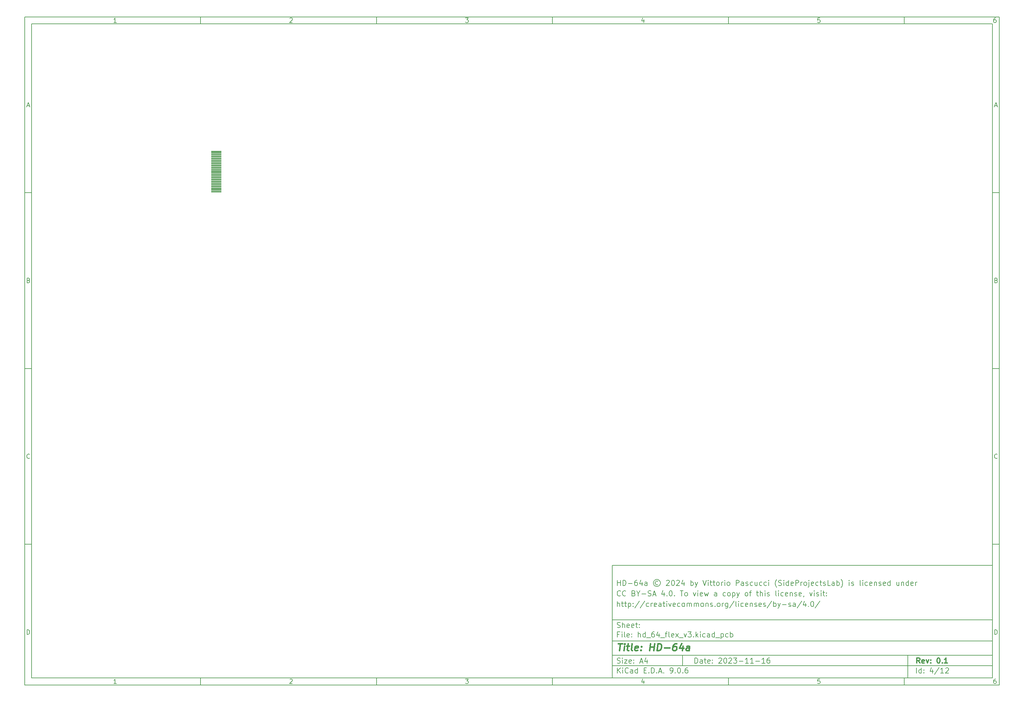
<source format=gbr>
%TF.GenerationSoftware,KiCad,Pcbnew,9.0.6*%
%TF.CreationDate,2025-11-27T00:35:39+01:00*%
%TF.ProjectId,hd_64_flex_v3,68645f36-345f-4666-9c65-785f76332e6b,0.1*%
%TF.SameCoordinates,PXd801da0PY3c45b00*%
%TF.FileFunction,Paste,Bot*%
%TF.FilePolarity,Positive*%
%FSLAX46Y46*%
G04 Gerber Fmt 4.6, Leading zero omitted, Abs format (unit mm)*
G04 Created by KiCad (PCBNEW 9.0.6) date 2025-11-27 00:35:39*
%MOMM*%
%LPD*%
G01*
G04 APERTURE LIST*
%ADD10C,0.100000*%
%ADD11C,0.150000*%
%ADD12C,0.300000*%
%ADD13C,0.400000*%
%ADD14R,3.000000X0.300000*%
G04 APERTURE END LIST*
D10*
D11*
X-49497800Y-102807200D02*
X58502200Y-102807200D01*
X58502200Y-134807200D01*
X-49497800Y-134807200D01*
X-49497800Y-102807200D01*
D10*
D11*
X-216500000Y53200000D02*
X60502200Y53200000D01*
X60502200Y-136807200D01*
X-216500000Y-136807200D01*
X-216500000Y53200000D01*
D10*
D11*
X-214500000Y51200000D02*
X58502200Y51200000D01*
X58502200Y-134807200D01*
X-214500000Y-134807200D01*
X-214500000Y51200000D01*
D10*
D11*
X-166500000Y51200000D02*
X-166500000Y53200000D01*
D10*
D11*
X-116500000Y51200000D02*
X-116500000Y53200000D01*
D10*
D11*
X-66500000Y51200000D02*
X-66500000Y53200000D01*
D10*
D11*
X-16500000Y51200000D02*
X-16500000Y53200000D01*
D10*
D11*
X33500000Y51200000D02*
X33500000Y53200000D01*
D10*
D11*
X-190410840Y51606396D02*
X-191153697Y51606396D01*
X-190782269Y51606396D02*
X-190782269Y52906396D01*
X-190782269Y52906396D02*
X-190906078Y52720681D01*
X-190906078Y52720681D02*
X-191029888Y52596872D01*
X-191029888Y52596872D02*
X-191153697Y52534967D01*
D10*
D11*
X-141153697Y52782586D02*
X-141091793Y52844491D01*
X-141091793Y52844491D02*
X-140967983Y52906396D01*
X-140967983Y52906396D02*
X-140658459Y52906396D01*
X-140658459Y52906396D02*
X-140534650Y52844491D01*
X-140534650Y52844491D02*
X-140472745Y52782586D01*
X-140472745Y52782586D02*
X-140410840Y52658777D01*
X-140410840Y52658777D02*
X-140410840Y52534967D01*
X-140410840Y52534967D02*
X-140472745Y52349253D01*
X-140472745Y52349253D02*
X-141215602Y51606396D01*
X-141215602Y51606396D02*
X-140410840Y51606396D01*
D10*
D11*
X-91215602Y52906396D02*
X-90410840Y52906396D01*
X-90410840Y52906396D02*
X-90844174Y52411158D01*
X-90844174Y52411158D02*
X-90658459Y52411158D01*
X-90658459Y52411158D02*
X-90534650Y52349253D01*
X-90534650Y52349253D02*
X-90472745Y52287348D01*
X-90472745Y52287348D02*
X-90410840Y52163539D01*
X-90410840Y52163539D02*
X-90410840Y51854015D01*
X-90410840Y51854015D02*
X-90472745Y51730205D01*
X-90472745Y51730205D02*
X-90534650Y51668300D01*
X-90534650Y51668300D02*
X-90658459Y51606396D01*
X-90658459Y51606396D02*
X-91029888Y51606396D01*
X-91029888Y51606396D02*
X-91153697Y51668300D01*
X-91153697Y51668300D02*
X-91215602Y51730205D01*
D10*
D11*
X-40534650Y52473062D02*
X-40534650Y51606396D01*
X-40844174Y52968300D02*
X-41153697Y52039729D01*
X-41153697Y52039729D02*
X-40348936Y52039729D01*
D10*
D11*
X9527255Y52906396D02*
X8908207Y52906396D01*
X8908207Y52906396D02*
X8846303Y52287348D01*
X8846303Y52287348D02*
X8908207Y52349253D01*
X8908207Y52349253D02*
X9032017Y52411158D01*
X9032017Y52411158D02*
X9341541Y52411158D01*
X9341541Y52411158D02*
X9465350Y52349253D01*
X9465350Y52349253D02*
X9527255Y52287348D01*
X9527255Y52287348D02*
X9589160Y52163539D01*
X9589160Y52163539D02*
X9589160Y51854015D01*
X9589160Y51854015D02*
X9527255Y51730205D01*
X9527255Y51730205D02*
X9465350Y51668300D01*
X9465350Y51668300D02*
X9341541Y51606396D01*
X9341541Y51606396D02*
X9032017Y51606396D01*
X9032017Y51606396D02*
X8908207Y51668300D01*
X8908207Y51668300D02*
X8846303Y51730205D01*
D10*
D11*
X59465350Y52906396D02*
X59217731Y52906396D01*
X59217731Y52906396D02*
X59093922Y52844491D01*
X59093922Y52844491D02*
X59032017Y52782586D01*
X59032017Y52782586D02*
X58908207Y52596872D01*
X58908207Y52596872D02*
X58846303Y52349253D01*
X58846303Y52349253D02*
X58846303Y51854015D01*
X58846303Y51854015D02*
X58908207Y51730205D01*
X58908207Y51730205D02*
X58970112Y51668300D01*
X58970112Y51668300D02*
X59093922Y51606396D01*
X59093922Y51606396D02*
X59341541Y51606396D01*
X59341541Y51606396D02*
X59465350Y51668300D01*
X59465350Y51668300D02*
X59527255Y51730205D01*
X59527255Y51730205D02*
X59589160Y51854015D01*
X59589160Y51854015D02*
X59589160Y52163539D01*
X59589160Y52163539D02*
X59527255Y52287348D01*
X59527255Y52287348D02*
X59465350Y52349253D01*
X59465350Y52349253D02*
X59341541Y52411158D01*
X59341541Y52411158D02*
X59093922Y52411158D01*
X59093922Y52411158D02*
X58970112Y52349253D01*
X58970112Y52349253D02*
X58908207Y52287348D01*
X58908207Y52287348D02*
X58846303Y52163539D01*
D10*
D11*
X-166500000Y-134807200D02*
X-166500000Y-136807200D01*
D10*
D11*
X-116500000Y-134807200D02*
X-116500000Y-136807200D01*
D10*
D11*
X-66500000Y-134807200D02*
X-66500000Y-136807200D01*
D10*
D11*
X-16500000Y-134807200D02*
X-16500000Y-136807200D01*
D10*
D11*
X33500000Y-134807200D02*
X33500000Y-136807200D01*
D10*
D11*
X-190410840Y-136400804D02*
X-191153697Y-136400804D01*
X-190782269Y-136400804D02*
X-190782269Y-135100804D01*
X-190782269Y-135100804D02*
X-190906078Y-135286519D01*
X-190906078Y-135286519D02*
X-191029888Y-135410328D01*
X-191029888Y-135410328D02*
X-191153697Y-135472233D01*
D10*
D11*
X-141153697Y-135224614D02*
X-141091793Y-135162709D01*
X-141091793Y-135162709D02*
X-140967983Y-135100804D01*
X-140967983Y-135100804D02*
X-140658459Y-135100804D01*
X-140658459Y-135100804D02*
X-140534650Y-135162709D01*
X-140534650Y-135162709D02*
X-140472745Y-135224614D01*
X-140472745Y-135224614D02*
X-140410840Y-135348423D01*
X-140410840Y-135348423D02*
X-140410840Y-135472233D01*
X-140410840Y-135472233D02*
X-140472745Y-135657947D01*
X-140472745Y-135657947D02*
X-141215602Y-136400804D01*
X-141215602Y-136400804D02*
X-140410840Y-136400804D01*
D10*
D11*
X-91215602Y-135100804D02*
X-90410840Y-135100804D01*
X-90410840Y-135100804D02*
X-90844174Y-135596042D01*
X-90844174Y-135596042D02*
X-90658459Y-135596042D01*
X-90658459Y-135596042D02*
X-90534650Y-135657947D01*
X-90534650Y-135657947D02*
X-90472745Y-135719852D01*
X-90472745Y-135719852D02*
X-90410840Y-135843661D01*
X-90410840Y-135843661D02*
X-90410840Y-136153185D01*
X-90410840Y-136153185D02*
X-90472745Y-136276995D01*
X-90472745Y-136276995D02*
X-90534650Y-136338900D01*
X-90534650Y-136338900D02*
X-90658459Y-136400804D01*
X-90658459Y-136400804D02*
X-91029888Y-136400804D01*
X-91029888Y-136400804D02*
X-91153697Y-136338900D01*
X-91153697Y-136338900D02*
X-91215602Y-136276995D01*
D10*
D11*
X-40534650Y-135534138D02*
X-40534650Y-136400804D01*
X-40844174Y-135038900D02*
X-41153697Y-135967471D01*
X-41153697Y-135967471D02*
X-40348936Y-135967471D01*
D10*
D11*
X9527255Y-135100804D02*
X8908207Y-135100804D01*
X8908207Y-135100804D02*
X8846303Y-135719852D01*
X8846303Y-135719852D02*
X8908207Y-135657947D01*
X8908207Y-135657947D02*
X9032017Y-135596042D01*
X9032017Y-135596042D02*
X9341541Y-135596042D01*
X9341541Y-135596042D02*
X9465350Y-135657947D01*
X9465350Y-135657947D02*
X9527255Y-135719852D01*
X9527255Y-135719852D02*
X9589160Y-135843661D01*
X9589160Y-135843661D02*
X9589160Y-136153185D01*
X9589160Y-136153185D02*
X9527255Y-136276995D01*
X9527255Y-136276995D02*
X9465350Y-136338900D01*
X9465350Y-136338900D02*
X9341541Y-136400804D01*
X9341541Y-136400804D02*
X9032017Y-136400804D01*
X9032017Y-136400804D02*
X8908207Y-136338900D01*
X8908207Y-136338900D02*
X8846303Y-136276995D01*
D10*
D11*
X59465350Y-135100804D02*
X59217731Y-135100804D01*
X59217731Y-135100804D02*
X59093922Y-135162709D01*
X59093922Y-135162709D02*
X59032017Y-135224614D01*
X59032017Y-135224614D02*
X58908207Y-135410328D01*
X58908207Y-135410328D02*
X58846303Y-135657947D01*
X58846303Y-135657947D02*
X58846303Y-136153185D01*
X58846303Y-136153185D02*
X58908207Y-136276995D01*
X58908207Y-136276995D02*
X58970112Y-136338900D01*
X58970112Y-136338900D02*
X59093922Y-136400804D01*
X59093922Y-136400804D02*
X59341541Y-136400804D01*
X59341541Y-136400804D02*
X59465350Y-136338900D01*
X59465350Y-136338900D02*
X59527255Y-136276995D01*
X59527255Y-136276995D02*
X59589160Y-136153185D01*
X59589160Y-136153185D02*
X59589160Y-135843661D01*
X59589160Y-135843661D02*
X59527255Y-135719852D01*
X59527255Y-135719852D02*
X59465350Y-135657947D01*
X59465350Y-135657947D02*
X59341541Y-135596042D01*
X59341541Y-135596042D02*
X59093922Y-135596042D01*
X59093922Y-135596042D02*
X58970112Y-135657947D01*
X58970112Y-135657947D02*
X58908207Y-135719852D01*
X58908207Y-135719852D02*
X58846303Y-135843661D01*
D10*
D11*
X-216500000Y3200000D02*
X-214500000Y3200000D01*
D10*
D11*
X-216500000Y-46800000D02*
X-214500000Y-46800000D01*
D10*
D11*
X-216500000Y-96800000D02*
X-214500000Y-96800000D01*
D10*
D11*
X-215809524Y27977824D02*
X-215190477Y27977824D01*
X-215933334Y27606396D02*
X-215500001Y28906396D01*
X-215500001Y28906396D02*
X-215066667Y27606396D01*
D10*
D11*
X-215407143Y-21712652D02*
X-215221429Y-21774557D01*
X-215221429Y-21774557D02*
X-215159524Y-21836461D01*
X-215159524Y-21836461D02*
X-215097620Y-21960271D01*
X-215097620Y-21960271D02*
X-215097620Y-22145985D01*
X-215097620Y-22145985D02*
X-215159524Y-22269795D01*
X-215159524Y-22269795D02*
X-215221429Y-22331700D01*
X-215221429Y-22331700D02*
X-215345239Y-22393604D01*
X-215345239Y-22393604D02*
X-215840477Y-22393604D01*
X-215840477Y-22393604D02*
X-215840477Y-21093604D01*
X-215840477Y-21093604D02*
X-215407143Y-21093604D01*
X-215407143Y-21093604D02*
X-215283334Y-21155509D01*
X-215283334Y-21155509D02*
X-215221429Y-21217414D01*
X-215221429Y-21217414D02*
X-215159524Y-21341223D01*
X-215159524Y-21341223D02*
X-215159524Y-21465033D01*
X-215159524Y-21465033D02*
X-215221429Y-21588842D01*
X-215221429Y-21588842D02*
X-215283334Y-21650747D01*
X-215283334Y-21650747D02*
X-215407143Y-21712652D01*
X-215407143Y-21712652D02*
X-215840477Y-21712652D01*
D10*
D11*
X-215097620Y-72269795D02*
X-215159524Y-72331700D01*
X-215159524Y-72331700D02*
X-215345239Y-72393604D01*
X-215345239Y-72393604D02*
X-215469048Y-72393604D01*
X-215469048Y-72393604D02*
X-215654762Y-72331700D01*
X-215654762Y-72331700D02*
X-215778572Y-72207890D01*
X-215778572Y-72207890D02*
X-215840477Y-72084080D01*
X-215840477Y-72084080D02*
X-215902381Y-71836461D01*
X-215902381Y-71836461D02*
X-215902381Y-71650747D01*
X-215902381Y-71650747D02*
X-215840477Y-71403128D01*
X-215840477Y-71403128D02*
X-215778572Y-71279319D01*
X-215778572Y-71279319D02*
X-215654762Y-71155509D01*
X-215654762Y-71155509D02*
X-215469048Y-71093604D01*
X-215469048Y-71093604D02*
X-215345239Y-71093604D01*
X-215345239Y-71093604D02*
X-215159524Y-71155509D01*
X-215159524Y-71155509D02*
X-215097620Y-71217414D01*
D10*
D11*
X-215840477Y-122393604D02*
X-215840477Y-121093604D01*
X-215840477Y-121093604D02*
X-215530953Y-121093604D01*
X-215530953Y-121093604D02*
X-215345239Y-121155509D01*
X-215345239Y-121155509D02*
X-215221429Y-121279319D01*
X-215221429Y-121279319D02*
X-215159524Y-121403128D01*
X-215159524Y-121403128D02*
X-215097620Y-121650747D01*
X-215097620Y-121650747D02*
X-215097620Y-121836461D01*
X-215097620Y-121836461D02*
X-215159524Y-122084080D01*
X-215159524Y-122084080D02*
X-215221429Y-122207890D01*
X-215221429Y-122207890D02*
X-215345239Y-122331700D01*
X-215345239Y-122331700D02*
X-215530953Y-122393604D01*
X-215530953Y-122393604D02*
X-215840477Y-122393604D01*
D10*
D11*
X60502200Y3200000D02*
X58502200Y3200000D01*
D10*
D11*
X60502200Y-46800000D02*
X58502200Y-46800000D01*
D10*
D11*
X60502200Y-96800000D02*
X58502200Y-96800000D01*
D10*
D11*
X59192676Y27977824D02*
X59811723Y27977824D01*
X59068866Y27606396D02*
X59502199Y28906396D01*
X59502199Y28906396D02*
X59935533Y27606396D01*
D10*
D11*
X59595057Y-21712652D02*
X59780771Y-21774557D01*
X59780771Y-21774557D02*
X59842676Y-21836461D01*
X59842676Y-21836461D02*
X59904580Y-21960271D01*
X59904580Y-21960271D02*
X59904580Y-22145985D01*
X59904580Y-22145985D02*
X59842676Y-22269795D01*
X59842676Y-22269795D02*
X59780771Y-22331700D01*
X59780771Y-22331700D02*
X59656961Y-22393604D01*
X59656961Y-22393604D02*
X59161723Y-22393604D01*
X59161723Y-22393604D02*
X59161723Y-21093604D01*
X59161723Y-21093604D02*
X59595057Y-21093604D01*
X59595057Y-21093604D02*
X59718866Y-21155509D01*
X59718866Y-21155509D02*
X59780771Y-21217414D01*
X59780771Y-21217414D02*
X59842676Y-21341223D01*
X59842676Y-21341223D02*
X59842676Y-21465033D01*
X59842676Y-21465033D02*
X59780771Y-21588842D01*
X59780771Y-21588842D02*
X59718866Y-21650747D01*
X59718866Y-21650747D02*
X59595057Y-21712652D01*
X59595057Y-21712652D02*
X59161723Y-21712652D01*
D10*
D11*
X59904580Y-72269795D02*
X59842676Y-72331700D01*
X59842676Y-72331700D02*
X59656961Y-72393604D01*
X59656961Y-72393604D02*
X59533152Y-72393604D01*
X59533152Y-72393604D02*
X59347438Y-72331700D01*
X59347438Y-72331700D02*
X59223628Y-72207890D01*
X59223628Y-72207890D02*
X59161723Y-72084080D01*
X59161723Y-72084080D02*
X59099819Y-71836461D01*
X59099819Y-71836461D02*
X59099819Y-71650747D01*
X59099819Y-71650747D02*
X59161723Y-71403128D01*
X59161723Y-71403128D02*
X59223628Y-71279319D01*
X59223628Y-71279319D02*
X59347438Y-71155509D01*
X59347438Y-71155509D02*
X59533152Y-71093604D01*
X59533152Y-71093604D02*
X59656961Y-71093604D01*
X59656961Y-71093604D02*
X59842676Y-71155509D01*
X59842676Y-71155509D02*
X59904580Y-71217414D01*
D10*
D11*
X59161723Y-122393604D02*
X59161723Y-121093604D01*
X59161723Y-121093604D02*
X59471247Y-121093604D01*
X59471247Y-121093604D02*
X59656961Y-121155509D01*
X59656961Y-121155509D02*
X59780771Y-121279319D01*
X59780771Y-121279319D02*
X59842676Y-121403128D01*
X59842676Y-121403128D02*
X59904580Y-121650747D01*
X59904580Y-121650747D02*
X59904580Y-121836461D01*
X59904580Y-121836461D02*
X59842676Y-122084080D01*
X59842676Y-122084080D02*
X59780771Y-122207890D01*
X59780771Y-122207890D02*
X59656961Y-122331700D01*
X59656961Y-122331700D02*
X59471247Y-122393604D01*
X59471247Y-122393604D02*
X59161723Y-122393604D01*
D10*
D11*
X-26041974Y-130593328D02*
X-26041974Y-129093328D01*
X-26041974Y-129093328D02*
X-25684831Y-129093328D01*
X-25684831Y-129093328D02*
X-25470545Y-129164757D01*
X-25470545Y-129164757D02*
X-25327688Y-129307614D01*
X-25327688Y-129307614D02*
X-25256259Y-129450471D01*
X-25256259Y-129450471D02*
X-25184831Y-129736185D01*
X-25184831Y-129736185D02*
X-25184831Y-129950471D01*
X-25184831Y-129950471D02*
X-25256259Y-130236185D01*
X-25256259Y-130236185D02*
X-25327688Y-130379042D01*
X-25327688Y-130379042D02*
X-25470545Y-130521900D01*
X-25470545Y-130521900D02*
X-25684831Y-130593328D01*
X-25684831Y-130593328D02*
X-26041974Y-130593328D01*
X-23899116Y-130593328D02*
X-23899116Y-129807614D01*
X-23899116Y-129807614D02*
X-23970545Y-129664757D01*
X-23970545Y-129664757D02*
X-24113402Y-129593328D01*
X-24113402Y-129593328D02*
X-24399116Y-129593328D01*
X-24399116Y-129593328D02*
X-24541974Y-129664757D01*
X-23899116Y-130521900D02*
X-24041974Y-130593328D01*
X-24041974Y-130593328D02*
X-24399116Y-130593328D01*
X-24399116Y-130593328D02*
X-24541974Y-130521900D01*
X-24541974Y-130521900D02*
X-24613402Y-130379042D01*
X-24613402Y-130379042D02*
X-24613402Y-130236185D01*
X-24613402Y-130236185D02*
X-24541974Y-130093328D01*
X-24541974Y-130093328D02*
X-24399116Y-130021900D01*
X-24399116Y-130021900D02*
X-24041974Y-130021900D01*
X-24041974Y-130021900D02*
X-23899116Y-129950471D01*
X-23399116Y-129593328D02*
X-22827688Y-129593328D01*
X-23184831Y-129093328D02*
X-23184831Y-130379042D01*
X-23184831Y-130379042D02*
X-23113402Y-130521900D01*
X-23113402Y-130521900D02*
X-22970545Y-130593328D01*
X-22970545Y-130593328D02*
X-22827688Y-130593328D01*
X-21756259Y-130521900D02*
X-21899116Y-130593328D01*
X-21899116Y-130593328D02*
X-22184830Y-130593328D01*
X-22184830Y-130593328D02*
X-22327688Y-130521900D01*
X-22327688Y-130521900D02*
X-22399116Y-130379042D01*
X-22399116Y-130379042D02*
X-22399116Y-129807614D01*
X-22399116Y-129807614D02*
X-22327688Y-129664757D01*
X-22327688Y-129664757D02*
X-22184830Y-129593328D01*
X-22184830Y-129593328D02*
X-21899116Y-129593328D01*
X-21899116Y-129593328D02*
X-21756259Y-129664757D01*
X-21756259Y-129664757D02*
X-21684830Y-129807614D01*
X-21684830Y-129807614D02*
X-21684830Y-129950471D01*
X-21684830Y-129950471D02*
X-22399116Y-130093328D01*
X-21041974Y-130450471D02*
X-20970545Y-130521900D01*
X-20970545Y-130521900D02*
X-21041974Y-130593328D01*
X-21041974Y-130593328D02*
X-21113402Y-130521900D01*
X-21113402Y-130521900D02*
X-21041974Y-130450471D01*
X-21041974Y-130450471D02*
X-21041974Y-130593328D01*
X-21041974Y-129664757D02*
X-20970545Y-129736185D01*
X-20970545Y-129736185D02*
X-21041974Y-129807614D01*
X-21041974Y-129807614D02*
X-21113402Y-129736185D01*
X-21113402Y-129736185D02*
X-21041974Y-129664757D01*
X-21041974Y-129664757D02*
X-21041974Y-129807614D01*
X-19256259Y-129236185D02*
X-19184831Y-129164757D01*
X-19184831Y-129164757D02*
X-19041973Y-129093328D01*
X-19041973Y-129093328D02*
X-18684831Y-129093328D01*
X-18684831Y-129093328D02*
X-18541973Y-129164757D01*
X-18541973Y-129164757D02*
X-18470545Y-129236185D01*
X-18470545Y-129236185D02*
X-18399116Y-129379042D01*
X-18399116Y-129379042D02*
X-18399116Y-129521900D01*
X-18399116Y-129521900D02*
X-18470545Y-129736185D01*
X-18470545Y-129736185D02*
X-19327688Y-130593328D01*
X-19327688Y-130593328D02*
X-18399116Y-130593328D01*
X-17470545Y-129093328D02*
X-17327688Y-129093328D01*
X-17327688Y-129093328D02*
X-17184831Y-129164757D01*
X-17184831Y-129164757D02*
X-17113402Y-129236185D01*
X-17113402Y-129236185D02*
X-17041974Y-129379042D01*
X-17041974Y-129379042D02*
X-16970545Y-129664757D01*
X-16970545Y-129664757D02*
X-16970545Y-130021900D01*
X-16970545Y-130021900D02*
X-17041974Y-130307614D01*
X-17041974Y-130307614D02*
X-17113402Y-130450471D01*
X-17113402Y-130450471D02*
X-17184831Y-130521900D01*
X-17184831Y-130521900D02*
X-17327688Y-130593328D01*
X-17327688Y-130593328D02*
X-17470545Y-130593328D01*
X-17470545Y-130593328D02*
X-17613402Y-130521900D01*
X-17613402Y-130521900D02*
X-17684831Y-130450471D01*
X-17684831Y-130450471D02*
X-17756260Y-130307614D01*
X-17756260Y-130307614D02*
X-17827688Y-130021900D01*
X-17827688Y-130021900D02*
X-17827688Y-129664757D01*
X-17827688Y-129664757D02*
X-17756260Y-129379042D01*
X-17756260Y-129379042D02*
X-17684831Y-129236185D01*
X-17684831Y-129236185D02*
X-17613402Y-129164757D01*
X-17613402Y-129164757D02*
X-17470545Y-129093328D01*
X-16399117Y-129236185D02*
X-16327689Y-129164757D01*
X-16327689Y-129164757D02*
X-16184831Y-129093328D01*
X-16184831Y-129093328D02*
X-15827689Y-129093328D01*
X-15827689Y-129093328D02*
X-15684831Y-129164757D01*
X-15684831Y-129164757D02*
X-15613403Y-129236185D01*
X-15613403Y-129236185D02*
X-15541974Y-129379042D01*
X-15541974Y-129379042D02*
X-15541974Y-129521900D01*
X-15541974Y-129521900D02*
X-15613403Y-129736185D01*
X-15613403Y-129736185D02*
X-16470546Y-130593328D01*
X-16470546Y-130593328D02*
X-15541974Y-130593328D01*
X-15041975Y-129093328D02*
X-14113403Y-129093328D01*
X-14113403Y-129093328D02*
X-14613403Y-129664757D01*
X-14613403Y-129664757D02*
X-14399118Y-129664757D01*
X-14399118Y-129664757D02*
X-14256260Y-129736185D01*
X-14256260Y-129736185D02*
X-14184832Y-129807614D01*
X-14184832Y-129807614D02*
X-14113403Y-129950471D01*
X-14113403Y-129950471D02*
X-14113403Y-130307614D01*
X-14113403Y-130307614D02*
X-14184832Y-130450471D01*
X-14184832Y-130450471D02*
X-14256260Y-130521900D01*
X-14256260Y-130521900D02*
X-14399118Y-130593328D01*
X-14399118Y-130593328D02*
X-14827689Y-130593328D01*
X-14827689Y-130593328D02*
X-14970546Y-130521900D01*
X-14970546Y-130521900D02*
X-15041975Y-130450471D01*
X-13470547Y-130021900D02*
X-12327689Y-130021900D01*
X-10827689Y-130593328D02*
X-11684832Y-130593328D01*
X-11256261Y-130593328D02*
X-11256261Y-129093328D01*
X-11256261Y-129093328D02*
X-11399118Y-129307614D01*
X-11399118Y-129307614D02*
X-11541975Y-129450471D01*
X-11541975Y-129450471D02*
X-11684832Y-129521900D01*
X-9399118Y-130593328D02*
X-10256261Y-130593328D01*
X-9827690Y-130593328D02*
X-9827690Y-129093328D01*
X-9827690Y-129093328D02*
X-9970547Y-129307614D01*
X-9970547Y-129307614D02*
X-10113404Y-129450471D01*
X-10113404Y-129450471D02*
X-10256261Y-129521900D01*
X-8756262Y-130021900D02*
X-7613404Y-130021900D01*
X-6113404Y-130593328D02*
X-6970547Y-130593328D01*
X-6541976Y-130593328D02*
X-6541976Y-129093328D01*
X-6541976Y-129093328D02*
X-6684833Y-129307614D01*
X-6684833Y-129307614D02*
X-6827690Y-129450471D01*
X-6827690Y-129450471D02*
X-6970547Y-129521900D01*
X-4827690Y-129093328D02*
X-5113405Y-129093328D01*
X-5113405Y-129093328D02*
X-5256262Y-129164757D01*
X-5256262Y-129164757D02*
X-5327690Y-129236185D01*
X-5327690Y-129236185D02*
X-5470548Y-129450471D01*
X-5470548Y-129450471D02*
X-5541976Y-129736185D01*
X-5541976Y-129736185D02*
X-5541976Y-130307614D01*
X-5541976Y-130307614D02*
X-5470548Y-130450471D01*
X-5470548Y-130450471D02*
X-5399119Y-130521900D01*
X-5399119Y-130521900D02*
X-5256262Y-130593328D01*
X-5256262Y-130593328D02*
X-4970548Y-130593328D01*
X-4970548Y-130593328D02*
X-4827690Y-130521900D01*
X-4827690Y-130521900D02*
X-4756262Y-130450471D01*
X-4756262Y-130450471D02*
X-4684833Y-130307614D01*
X-4684833Y-130307614D02*
X-4684833Y-129950471D01*
X-4684833Y-129950471D02*
X-4756262Y-129807614D01*
X-4756262Y-129807614D02*
X-4827690Y-129736185D01*
X-4827690Y-129736185D02*
X-4970548Y-129664757D01*
X-4970548Y-129664757D02*
X-5256262Y-129664757D01*
X-5256262Y-129664757D02*
X-5399119Y-129736185D01*
X-5399119Y-129736185D02*
X-5470548Y-129807614D01*
X-5470548Y-129807614D02*
X-5541976Y-129950471D01*
D10*
D11*
X-49497800Y-131307200D02*
X58502200Y-131307200D01*
D10*
D11*
X-48041974Y-133393328D02*
X-48041974Y-131893328D01*
X-47184831Y-133393328D02*
X-47827688Y-132536185D01*
X-47184831Y-131893328D02*
X-48041974Y-132750471D01*
X-46541974Y-133393328D02*
X-46541974Y-132393328D01*
X-46541974Y-131893328D02*
X-46613402Y-131964757D01*
X-46613402Y-131964757D02*
X-46541974Y-132036185D01*
X-46541974Y-132036185D02*
X-46470545Y-131964757D01*
X-46470545Y-131964757D02*
X-46541974Y-131893328D01*
X-46541974Y-131893328D02*
X-46541974Y-132036185D01*
X-44970545Y-133250471D02*
X-45041973Y-133321900D01*
X-45041973Y-133321900D02*
X-45256259Y-133393328D01*
X-45256259Y-133393328D02*
X-45399116Y-133393328D01*
X-45399116Y-133393328D02*
X-45613402Y-133321900D01*
X-45613402Y-133321900D02*
X-45756259Y-133179042D01*
X-45756259Y-133179042D02*
X-45827688Y-133036185D01*
X-45827688Y-133036185D02*
X-45899116Y-132750471D01*
X-45899116Y-132750471D02*
X-45899116Y-132536185D01*
X-45899116Y-132536185D02*
X-45827688Y-132250471D01*
X-45827688Y-132250471D02*
X-45756259Y-132107614D01*
X-45756259Y-132107614D02*
X-45613402Y-131964757D01*
X-45613402Y-131964757D02*
X-45399116Y-131893328D01*
X-45399116Y-131893328D02*
X-45256259Y-131893328D01*
X-45256259Y-131893328D02*
X-45041973Y-131964757D01*
X-45041973Y-131964757D02*
X-44970545Y-132036185D01*
X-43684830Y-133393328D02*
X-43684830Y-132607614D01*
X-43684830Y-132607614D02*
X-43756259Y-132464757D01*
X-43756259Y-132464757D02*
X-43899116Y-132393328D01*
X-43899116Y-132393328D02*
X-44184830Y-132393328D01*
X-44184830Y-132393328D02*
X-44327688Y-132464757D01*
X-43684830Y-133321900D02*
X-43827688Y-133393328D01*
X-43827688Y-133393328D02*
X-44184830Y-133393328D01*
X-44184830Y-133393328D02*
X-44327688Y-133321900D01*
X-44327688Y-133321900D02*
X-44399116Y-133179042D01*
X-44399116Y-133179042D02*
X-44399116Y-133036185D01*
X-44399116Y-133036185D02*
X-44327688Y-132893328D01*
X-44327688Y-132893328D02*
X-44184830Y-132821900D01*
X-44184830Y-132821900D02*
X-43827688Y-132821900D01*
X-43827688Y-132821900D02*
X-43684830Y-132750471D01*
X-42327687Y-133393328D02*
X-42327687Y-131893328D01*
X-42327687Y-133321900D02*
X-42470545Y-133393328D01*
X-42470545Y-133393328D02*
X-42756259Y-133393328D01*
X-42756259Y-133393328D02*
X-42899116Y-133321900D01*
X-42899116Y-133321900D02*
X-42970545Y-133250471D01*
X-42970545Y-133250471D02*
X-43041973Y-133107614D01*
X-43041973Y-133107614D02*
X-43041973Y-132679042D01*
X-43041973Y-132679042D02*
X-42970545Y-132536185D01*
X-42970545Y-132536185D02*
X-42899116Y-132464757D01*
X-42899116Y-132464757D02*
X-42756259Y-132393328D01*
X-42756259Y-132393328D02*
X-42470545Y-132393328D01*
X-42470545Y-132393328D02*
X-42327687Y-132464757D01*
X-40470545Y-132607614D02*
X-39970545Y-132607614D01*
X-39756259Y-133393328D02*
X-40470545Y-133393328D01*
X-40470545Y-133393328D02*
X-40470545Y-131893328D01*
X-40470545Y-131893328D02*
X-39756259Y-131893328D01*
X-39113402Y-133250471D02*
X-39041973Y-133321900D01*
X-39041973Y-133321900D02*
X-39113402Y-133393328D01*
X-39113402Y-133393328D02*
X-39184830Y-133321900D01*
X-39184830Y-133321900D02*
X-39113402Y-133250471D01*
X-39113402Y-133250471D02*
X-39113402Y-133393328D01*
X-38399116Y-133393328D02*
X-38399116Y-131893328D01*
X-38399116Y-131893328D02*
X-38041973Y-131893328D01*
X-38041973Y-131893328D02*
X-37827687Y-131964757D01*
X-37827687Y-131964757D02*
X-37684830Y-132107614D01*
X-37684830Y-132107614D02*
X-37613401Y-132250471D01*
X-37613401Y-132250471D02*
X-37541973Y-132536185D01*
X-37541973Y-132536185D02*
X-37541973Y-132750471D01*
X-37541973Y-132750471D02*
X-37613401Y-133036185D01*
X-37613401Y-133036185D02*
X-37684830Y-133179042D01*
X-37684830Y-133179042D02*
X-37827687Y-133321900D01*
X-37827687Y-133321900D02*
X-38041973Y-133393328D01*
X-38041973Y-133393328D02*
X-38399116Y-133393328D01*
X-36899116Y-133250471D02*
X-36827687Y-133321900D01*
X-36827687Y-133321900D02*
X-36899116Y-133393328D01*
X-36899116Y-133393328D02*
X-36970544Y-133321900D01*
X-36970544Y-133321900D02*
X-36899116Y-133250471D01*
X-36899116Y-133250471D02*
X-36899116Y-133393328D01*
X-36256258Y-132964757D02*
X-35541972Y-132964757D01*
X-36399115Y-133393328D02*
X-35899115Y-131893328D01*
X-35899115Y-131893328D02*
X-35399115Y-133393328D01*
X-34899116Y-133250471D02*
X-34827687Y-133321900D01*
X-34827687Y-133321900D02*
X-34899116Y-133393328D01*
X-34899116Y-133393328D02*
X-34970544Y-133321900D01*
X-34970544Y-133321900D02*
X-34899116Y-133250471D01*
X-34899116Y-133250471D02*
X-34899116Y-133393328D01*
X-32970544Y-133393328D02*
X-32684830Y-133393328D01*
X-32684830Y-133393328D02*
X-32541973Y-133321900D01*
X-32541973Y-133321900D02*
X-32470544Y-133250471D01*
X-32470544Y-133250471D02*
X-32327687Y-133036185D01*
X-32327687Y-133036185D02*
X-32256258Y-132750471D01*
X-32256258Y-132750471D02*
X-32256258Y-132179042D01*
X-32256258Y-132179042D02*
X-32327687Y-132036185D01*
X-32327687Y-132036185D02*
X-32399115Y-131964757D01*
X-32399115Y-131964757D02*
X-32541973Y-131893328D01*
X-32541973Y-131893328D02*
X-32827687Y-131893328D01*
X-32827687Y-131893328D02*
X-32970544Y-131964757D01*
X-32970544Y-131964757D02*
X-33041973Y-132036185D01*
X-33041973Y-132036185D02*
X-33113401Y-132179042D01*
X-33113401Y-132179042D02*
X-33113401Y-132536185D01*
X-33113401Y-132536185D02*
X-33041973Y-132679042D01*
X-33041973Y-132679042D02*
X-32970544Y-132750471D01*
X-32970544Y-132750471D02*
X-32827687Y-132821900D01*
X-32827687Y-132821900D02*
X-32541973Y-132821900D01*
X-32541973Y-132821900D02*
X-32399115Y-132750471D01*
X-32399115Y-132750471D02*
X-32327687Y-132679042D01*
X-32327687Y-132679042D02*
X-32256258Y-132536185D01*
X-31613402Y-133250471D02*
X-31541973Y-133321900D01*
X-31541973Y-133321900D02*
X-31613402Y-133393328D01*
X-31613402Y-133393328D02*
X-31684830Y-133321900D01*
X-31684830Y-133321900D02*
X-31613402Y-133250471D01*
X-31613402Y-133250471D02*
X-31613402Y-133393328D01*
X-30613401Y-131893328D02*
X-30470544Y-131893328D01*
X-30470544Y-131893328D02*
X-30327687Y-131964757D01*
X-30327687Y-131964757D02*
X-30256258Y-132036185D01*
X-30256258Y-132036185D02*
X-30184830Y-132179042D01*
X-30184830Y-132179042D02*
X-30113401Y-132464757D01*
X-30113401Y-132464757D02*
X-30113401Y-132821900D01*
X-30113401Y-132821900D02*
X-30184830Y-133107614D01*
X-30184830Y-133107614D02*
X-30256258Y-133250471D01*
X-30256258Y-133250471D02*
X-30327687Y-133321900D01*
X-30327687Y-133321900D02*
X-30470544Y-133393328D01*
X-30470544Y-133393328D02*
X-30613401Y-133393328D01*
X-30613401Y-133393328D02*
X-30756258Y-133321900D01*
X-30756258Y-133321900D02*
X-30827687Y-133250471D01*
X-30827687Y-133250471D02*
X-30899116Y-133107614D01*
X-30899116Y-133107614D02*
X-30970544Y-132821900D01*
X-30970544Y-132821900D02*
X-30970544Y-132464757D01*
X-30970544Y-132464757D02*
X-30899116Y-132179042D01*
X-30899116Y-132179042D02*
X-30827687Y-132036185D01*
X-30827687Y-132036185D02*
X-30756258Y-131964757D01*
X-30756258Y-131964757D02*
X-30613401Y-131893328D01*
X-29470545Y-133250471D02*
X-29399116Y-133321900D01*
X-29399116Y-133321900D02*
X-29470545Y-133393328D01*
X-29470545Y-133393328D02*
X-29541973Y-133321900D01*
X-29541973Y-133321900D02*
X-29470545Y-133250471D01*
X-29470545Y-133250471D02*
X-29470545Y-133393328D01*
X-28113401Y-131893328D02*
X-28399116Y-131893328D01*
X-28399116Y-131893328D02*
X-28541973Y-131964757D01*
X-28541973Y-131964757D02*
X-28613401Y-132036185D01*
X-28613401Y-132036185D02*
X-28756259Y-132250471D01*
X-28756259Y-132250471D02*
X-28827687Y-132536185D01*
X-28827687Y-132536185D02*
X-28827687Y-133107614D01*
X-28827687Y-133107614D02*
X-28756259Y-133250471D01*
X-28756259Y-133250471D02*
X-28684830Y-133321900D01*
X-28684830Y-133321900D02*
X-28541973Y-133393328D01*
X-28541973Y-133393328D02*
X-28256259Y-133393328D01*
X-28256259Y-133393328D02*
X-28113401Y-133321900D01*
X-28113401Y-133321900D02*
X-28041973Y-133250471D01*
X-28041973Y-133250471D02*
X-27970544Y-133107614D01*
X-27970544Y-133107614D02*
X-27970544Y-132750471D01*
X-27970544Y-132750471D02*
X-28041973Y-132607614D01*
X-28041973Y-132607614D02*
X-28113401Y-132536185D01*
X-28113401Y-132536185D02*
X-28256259Y-132464757D01*
X-28256259Y-132464757D02*
X-28541973Y-132464757D01*
X-28541973Y-132464757D02*
X-28684830Y-132536185D01*
X-28684830Y-132536185D02*
X-28756259Y-132607614D01*
X-28756259Y-132607614D02*
X-28827687Y-132750471D01*
D10*
D11*
X-49497800Y-128307200D02*
X58502200Y-128307200D01*
D10*
D12*
X37913853Y-130585528D02*
X37413853Y-129871242D01*
X37056710Y-130585528D02*
X37056710Y-129085528D01*
X37056710Y-129085528D02*
X37628139Y-129085528D01*
X37628139Y-129085528D02*
X37770996Y-129156957D01*
X37770996Y-129156957D02*
X37842425Y-129228385D01*
X37842425Y-129228385D02*
X37913853Y-129371242D01*
X37913853Y-129371242D02*
X37913853Y-129585528D01*
X37913853Y-129585528D02*
X37842425Y-129728385D01*
X37842425Y-129728385D02*
X37770996Y-129799814D01*
X37770996Y-129799814D02*
X37628139Y-129871242D01*
X37628139Y-129871242D02*
X37056710Y-129871242D01*
X39128139Y-130514100D02*
X38985282Y-130585528D01*
X38985282Y-130585528D02*
X38699568Y-130585528D01*
X38699568Y-130585528D02*
X38556710Y-130514100D01*
X38556710Y-130514100D02*
X38485282Y-130371242D01*
X38485282Y-130371242D02*
X38485282Y-129799814D01*
X38485282Y-129799814D02*
X38556710Y-129656957D01*
X38556710Y-129656957D02*
X38699568Y-129585528D01*
X38699568Y-129585528D02*
X38985282Y-129585528D01*
X38985282Y-129585528D02*
X39128139Y-129656957D01*
X39128139Y-129656957D02*
X39199568Y-129799814D01*
X39199568Y-129799814D02*
X39199568Y-129942671D01*
X39199568Y-129942671D02*
X38485282Y-130085528D01*
X39699567Y-129585528D02*
X40056710Y-130585528D01*
X40056710Y-130585528D02*
X40413853Y-129585528D01*
X40985281Y-130442671D02*
X41056710Y-130514100D01*
X41056710Y-130514100D02*
X40985281Y-130585528D01*
X40985281Y-130585528D02*
X40913853Y-130514100D01*
X40913853Y-130514100D02*
X40985281Y-130442671D01*
X40985281Y-130442671D02*
X40985281Y-130585528D01*
X40985281Y-129656957D02*
X41056710Y-129728385D01*
X41056710Y-129728385D02*
X40985281Y-129799814D01*
X40985281Y-129799814D02*
X40913853Y-129728385D01*
X40913853Y-129728385D02*
X40985281Y-129656957D01*
X40985281Y-129656957D02*
X40985281Y-129799814D01*
X43128139Y-129085528D02*
X43270996Y-129085528D01*
X43270996Y-129085528D02*
X43413853Y-129156957D01*
X43413853Y-129156957D02*
X43485282Y-129228385D01*
X43485282Y-129228385D02*
X43556710Y-129371242D01*
X43556710Y-129371242D02*
X43628139Y-129656957D01*
X43628139Y-129656957D02*
X43628139Y-130014100D01*
X43628139Y-130014100D02*
X43556710Y-130299814D01*
X43556710Y-130299814D02*
X43485282Y-130442671D01*
X43485282Y-130442671D02*
X43413853Y-130514100D01*
X43413853Y-130514100D02*
X43270996Y-130585528D01*
X43270996Y-130585528D02*
X43128139Y-130585528D01*
X43128139Y-130585528D02*
X42985282Y-130514100D01*
X42985282Y-130514100D02*
X42913853Y-130442671D01*
X42913853Y-130442671D02*
X42842424Y-130299814D01*
X42842424Y-130299814D02*
X42770996Y-130014100D01*
X42770996Y-130014100D02*
X42770996Y-129656957D01*
X42770996Y-129656957D02*
X42842424Y-129371242D01*
X42842424Y-129371242D02*
X42913853Y-129228385D01*
X42913853Y-129228385D02*
X42985282Y-129156957D01*
X42985282Y-129156957D02*
X43128139Y-129085528D01*
X44270995Y-130442671D02*
X44342424Y-130514100D01*
X44342424Y-130514100D02*
X44270995Y-130585528D01*
X44270995Y-130585528D02*
X44199567Y-130514100D01*
X44199567Y-130514100D02*
X44270995Y-130442671D01*
X44270995Y-130442671D02*
X44270995Y-130585528D01*
X45770996Y-130585528D02*
X44913853Y-130585528D01*
X45342424Y-130585528D02*
X45342424Y-129085528D01*
X45342424Y-129085528D02*
X45199567Y-129299814D01*
X45199567Y-129299814D02*
X45056710Y-129442671D01*
X45056710Y-129442671D02*
X44913853Y-129514100D01*
D10*
D11*
X-48113402Y-130521900D02*
X-47899116Y-130593328D01*
X-47899116Y-130593328D02*
X-47541974Y-130593328D01*
X-47541974Y-130593328D02*
X-47399116Y-130521900D01*
X-47399116Y-130521900D02*
X-47327688Y-130450471D01*
X-47327688Y-130450471D02*
X-47256259Y-130307614D01*
X-47256259Y-130307614D02*
X-47256259Y-130164757D01*
X-47256259Y-130164757D02*
X-47327688Y-130021900D01*
X-47327688Y-130021900D02*
X-47399116Y-129950471D01*
X-47399116Y-129950471D02*
X-47541974Y-129879042D01*
X-47541974Y-129879042D02*
X-47827688Y-129807614D01*
X-47827688Y-129807614D02*
X-47970545Y-129736185D01*
X-47970545Y-129736185D02*
X-48041974Y-129664757D01*
X-48041974Y-129664757D02*
X-48113402Y-129521900D01*
X-48113402Y-129521900D02*
X-48113402Y-129379042D01*
X-48113402Y-129379042D02*
X-48041974Y-129236185D01*
X-48041974Y-129236185D02*
X-47970545Y-129164757D01*
X-47970545Y-129164757D02*
X-47827688Y-129093328D01*
X-47827688Y-129093328D02*
X-47470545Y-129093328D01*
X-47470545Y-129093328D02*
X-47256259Y-129164757D01*
X-46613403Y-130593328D02*
X-46613403Y-129593328D01*
X-46613403Y-129093328D02*
X-46684831Y-129164757D01*
X-46684831Y-129164757D02*
X-46613403Y-129236185D01*
X-46613403Y-129236185D02*
X-46541974Y-129164757D01*
X-46541974Y-129164757D02*
X-46613403Y-129093328D01*
X-46613403Y-129093328D02*
X-46613403Y-129236185D01*
X-46041974Y-129593328D02*
X-45256259Y-129593328D01*
X-45256259Y-129593328D02*
X-46041974Y-130593328D01*
X-46041974Y-130593328D02*
X-45256259Y-130593328D01*
X-44113402Y-130521900D02*
X-44256259Y-130593328D01*
X-44256259Y-130593328D02*
X-44541973Y-130593328D01*
X-44541973Y-130593328D02*
X-44684831Y-130521900D01*
X-44684831Y-130521900D02*
X-44756259Y-130379042D01*
X-44756259Y-130379042D02*
X-44756259Y-129807614D01*
X-44756259Y-129807614D02*
X-44684831Y-129664757D01*
X-44684831Y-129664757D02*
X-44541973Y-129593328D01*
X-44541973Y-129593328D02*
X-44256259Y-129593328D01*
X-44256259Y-129593328D02*
X-44113402Y-129664757D01*
X-44113402Y-129664757D02*
X-44041973Y-129807614D01*
X-44041973Y-129807614D02*
X-44041973Y-129950471D01*
X-44041973Y-129950471D02*
X-44756259Y-130093328D01*
X-43399117Y-130450471D02*
X-43327688Y-130521900D01*
X-43327688Y-130521900D02*
X-43399117Y-130593328D01*
X-43399117Y-130593328D02*
X-43470545Y-130521900D01*
X-43470545Y-130521900D02*
X-43399117Y-130450471D01*
X-43399117Y-130450471D02*
X-43399117Y-130593328D01*
X-43399117Y-129664757D02*
X-43327688Y-129736185D01*
X-43327688Y-129736185D02*
X-43399117Y-129807614D01*
X-43399117Y-129807614D02*
X-43470545Y-129736185D01*
X-43470545Y-129736185D02*
X-43399117Y-129664757D01*
X-43399117Y-129664757D02*
X-43399117Y-129807614D01*
X-41613402Y-130164757D02*
X-40899116Y-130164757D01*
X-41756259Y-130593328D02*
X-41256259Y-129093328D01*
X-41256259Y-129093328D02*
X-40756259Y-130593328D01*
X-39613402Y-129593328D02*
X-39613402Y-130593328D01*
X-39970545Y-129021900D02*
X-40327688Y-130093328D01*
X-40327688Y-130093328D02*
X-39399117Y-130093328D01*
D10*
D11*
X36958026Y-133393328D02*
X36958026Y-131893328D01*
X38315170Y-133393328D02*
X38315170Y-131893328D01*
X38315170Y-133321900D02*
X38172312Y-133393328D01*
X38172312Y-133393328D02*
X37886598Y-133393328D01*
X37886598Y-133393328D02*
X37743741Y-133321900D01*
X37743741Y-133321900D02*
X37672312Y-133250471D01*
X37672312Y-133250471D02*
X37600884Y-133107614D01*
X37600884Y-133107614D02*
X37600884Y-132679042D01*
X37600884Y-132679042D02*
X37672312Y-132536185D01*
X37672312Y-132536185D02*
X37743741Y-132464757D01*
X37743741Y-132464757D02*
X37886598Y-132393328D01*
X37886598Y-132393328D02*
X38172312Y-132393328D01*
X38172312Y-132393328D02*
X38315170Y-132464757D01*
X39029455Y-133250471D02*
X39100884Y-133321900D01*
X39100884Y-133321900D02*
X39029455Y-133393328D01*
X39029455Y-133393328D02*
X38958027Y-133321900D01*
X38958027Y-133321900D02*
X39029455Y-133250471D01*
X39029455Y-133250471D02*
X39029455Y-133393328D01*
X39029455Y-132464757D02*
X39100884Y-132536185D01*
X39100884Y-132536185D02*
X39029455Y-132607614D01*
X39029455Y-132607614D02*
X38958027Y-132536185D01*
X38958027Y-132536185D02*
X39029455Y-132464757D01*
X39029455Y-132464757D02*
X39029455Y-132607614D01*
X41529456Y-132393328D02*
X41529456Y-133393328D01*
X41172313Y-131821900D02*
X40815170Y-132893328D01*
X40815170Y-132893328D02*
X41743741Y-132893328D01*
X43386598Y-131821900D02*
X42100884Y-133750471D01*
X44672313Y-133393328D02*
X43815170Y-133393328D01*
X44243741Y-133393328D02*
X44243741Y-131893328D01*
X44243741Y-131893328D02*
X44100884Y-132107614D01*
X44100884Y-132107614D02*
X43958027Y-132250471D01*
X43958027Y-132250471D02*
X43815170Y-132321900D01*
X45243741Y-132036185D02*
X45315169Y-131964757D01*
X45315169Y-131964757D02*
X45458027Y-131893328D01*
X45458027Y-131893328D02*
X45815169Y-131893328D01*
X45815169Y-131893328D02*
X45958027Y-131964757D01*
X45958027Y-131964757D02*
X46029455Y-132036185D01*
X46029455Y-132036185D02*
X46100884Y-132179042D01*
X46100884Y-132179042D02*
X46100884Y-132321900D01*
X46100884Y-132321900D02*
X46029455Y-132536185D01*
X46029455Y-132536185D02*
X45172312Y-133393328D01*
X45172312Y-133393328D02*
X46100884Y-133393328D01*
D10*
D11*
X-49497800Y-124307200D02*
X58502200Y-124307200D01*
D10*
D13*
X-47806072Y-125011638D02*
X-46663215Y-125011638D01*
X-47484643Y-127011638D02*
X-47234643Y-125011638D01*
X-46246548Y-127011638D02*
X-46079881Y-125678304D01*
X-45996548Y-125011638D02*
X-46103691Y-125106876D01*
X-46103691Y-125106876D02*
X-46020357Y-125202114D01*
X-46020357Y-125202114D02*
X-45913214Y-125106876D01*
X-45913214Y-125106876D02*
X-45996548Y-125011638D01*
X-45996548Y-125011638D02*
X-46020357Y-125202114D01*
X-45413214Y-125678304D02*
X-44651310Y-125678304D01*
X-45044167Y-125011638D02*
X-45258452Y-126725923D01*
X-45258452Y-126725923D02*
X-45187024Y-126916400D01*
X-45187024Y-126916400D02*
X-45008452Y-127011638D01*
X-45008452Y-127011638D02*
X-44817976Y-127011638D01*
X-43865595Y-127011638D02*
X-44044167Y-126916400D01*
X-44044167Y-126916400D02*
X-44115595Y-126725923D01*
X-44115595Y-126725923D02*
X-43901310Y-125011638D01*
X-42329881Y-126916400D02*
X-42532262Y-127011638D01*
X-42532262Y-127011638D02*
X-42913215Y-127011638D01*
X-42913215Y-127011638D02*
X-43091786Y-126916400D01*
X-43091786Y-126916400D02*
X-43163215Y-126725923D01*
X-43163215Y-126725923D02*
X-43067976Y-125964019D01*
X-43067976Y-125964019D02*
X-42948929Y-125773542D01*
X-42948929Y-125773542D02*
X-42746548Y-125678304D01*
X-42746548Y-125678304D02*
X-42365596Y-125678304D01*
X-42365596Y-125678304D02*
X-42187024Y-125773542D01*
X-42187024Y-125773542D02*
X-42115596Y-125964019D01*
X-42115596Y-125964019D02*
X-42139405Y-126154495D01*
X-42139405Y-126154495D02*
X-43115596Y-126344971D01*
X-41365595Y-126821161D02*
X-41282262Y-126916400D01*
X-41282262Y-126916400D02*
X-41389405Y-127011638D01*
X-41389405Y-127011638D02*
X-41472738Y-126916400D01*
X-41472738Y-126916400D02*
X-41365595Y-126821161D01*
X-41365595Y-126821161D02*
X-41389405Y-127011638D01*
X-41234643Y-125773542D02*
X-41151310Y-125868780D01*
X-41151310Y-125868780D02*
X-41258452Y-125964019D01*
X-41258452Y-125964019D02*
X-41341786Y-125868780D01*
X-41341786Y-125868780D02*
X-41234643Y-125773542D01*
X-41234643Y-125773542D02*
X-41258452Y-125964019D01*
X-38913214Y-127011638D02*
X-38663214Y-125011638D01*
X-38782261Y-125964019D02*
X-37639404Y-125964019D01*
X-37770357Y-127011638D02*
X-37520357Y-125011638D01*
X-36817976Y-127011638D02*
X-36567976Y-125011638D01*
X-36567976Y-125011638D02*
X-36091785Y-125011638D01*
X-36091785Y-125011638D02*
X-35817976Y-125106876D01*
X-35817976Y-125106876D02*
X-35651309Y-125297352D01*
X-35651309Y-125297352D02*
X-35579881Y-125487828D01*
X-35579881Y-125487828D02*
X-35532261Y-125868780D01*
X-35532261Y-125868780D02*
X-35567976Y-126154495D01*
X-35567976Y-126154495D02*
X-35710833Y-126535447D01*
X-35710833Y-126535447D02*
X-35829881Y-126725923D01*
X-35829881Y-126725923D02*
X-36044166Y-126916400D01*
X-36044166Y-126916400D02*
X-36341785Y-127011638D01*
X-36341785Y-127011638D02*
X-36817976Y-127011638D01*
X-34722738Y-126249733D02*
X-33198928Y-126249733D01*
X-31234643Y-125011638D02*
X-31615595Y-125011638D01*
X-31615595Y-125011638D02*
X-31817976Y-125106876D01*
X-31817976Y-125106876D02*
X-31925119Y-125202114D01*
X-31925119Y-125202114D02*
X-32151310Y-125487828D01*
X-32151310Y-125487828D02*
X-32294167Y-125868780D01*
X-32294167Y-125868780D02*
X-32389405Y-126630685D01*
X-32389405Y-126630685D02*
X-32317976Y-126821161D01*
X-32317976Y-126821161D02*
X-32234643Y-126916400D01*
X-32234643Y-126916400D02*
X-32056071Y-127011638D01*
X-32056071Y-127011638D02*
X-31675119Y-127011638D01*
X-31675119Y-127011638D02*
X-31472738Y-126916400D01*
X-31472738Y-126916400D02*
X-31365595Y-126821161D01*
X-31365595Y-126821161D02*
X-31246548Y-126630685D01*
X-31246548Y-126630685D02*
X-31187024Y-126154495D01*
X-31187024Y-126154495D02*
X-31258452Y-125964019D01*
X-31258452Y-125964019D02*
X-31341786Y-125868780D01*
X-31341786Y-125868780D02*
X-31520357Y-125773542D01*
X-31520357Y-125773542D02*
X-31901310Y-125773542D01*
X-31901310Y-125773542D02*
X-32103691Y-125868780D01*
X-32103691Y-125868780D02*
X-32210833Y-125964019D01*
X-32210833Y-125964019D02*
X-32329881Y-126154495D01*
X-29413214Y-125678304D02*
X-29579881Y-127011638D01*
X-29794167Y-124916400D02*
X-30448929Y-126344971D01*
X-30448929Y-126344971D02*
X-29210833Y-126344971D01*
X-27675119Y-127011638D02*
X-27544167Y-125964019D01*
X-27544167Y-125964019D02*
X-27615595Y-125773542D01*
X-27615595Y-125773542D02*
X-27794167Y-125678304D01*
X-27794167Y-125678304D02*
X-28175119Y-125678304D01*
X-28175119Y-125678304D02*
X-28377500Y-125773542D01*
X-27663214Y-126916400D02*
X-27865595Y-127011638D01*
X-27865595Y-127011638D02*
X-28341786Y-127011638D01*
X-28341786Y-127011638D02*
X-28520357Y-126916400D01*
X-28520357Y-126916400D02*
X-28591786Y-126725923D01*
X-28591786Y-126725923D02*
X-28567976Y-126535447D01*
X-28567976Y-126535447D02*
X-28448928Y-126344971D01*
X-28448928Y-126344971D02*
X-28246547Y-126249733D01*
X-28246547Y-126249733D02*
X-27770357Y-126249733D01*
X-27770357Y-126249733D02*
X-27567976Y-126154495D01*
D10*
D11*
X-47541974Y-122407614D02*
X-48041974Y-122407614D01*
X-48041974Y-123193328D02*
X-48041974Y-121693328D01*
X-48041974Y-121693328D02*
X-47327688Y-121693328D01*
X-46756260Y-123193328D02*
X-46756260Y-122193328D01*
X-46756260Y-121693328D02*
X-46827688Y-121764757D01*
X-46827688Y-121764757D02*
X-46756260Y-121836185D01*
X-46756260Y-121836185D02*
X-46684831Y-121764757D01*
X-46684831Y-121764757D02*
X-46756260Y-121693328D01*
X-46756260Y-121693328D02*
X-46756260Y-121836185D01*
X-45827688Y-123193328D02*
X-45970545Y-123121900D01*
X-45970545Y-123121900D02*
X-46041974Y-122979042D01*
X-46041974Y-122979042D02*
X-46041974Y-121693328D01*
X-44684831Y-123121900D02*
X-44827688Y-123193328D01*
X-44827688Y-123193328D02*
X-45113402Y-123193328D01*
X-45113402Y-123193328D02*
X-45256260Y-123121900D01*
X-45256260Y-123121900D02*
X-45327688Y-122979042D01*
X-45327688Y-122979042D02*
X-45327688Y-122407614D01*
X-45327688Y-122407614D02*
X-45256260Y-122264757D01*
X-45256260Y-122264757D02*
X-45113402Y-122193328D01*
X-45113402Y-122193328D02*
X-44827688Y-122193328D01*
X-44827688Y-122193328D02*
X-44684831Y-122264757D01*
X-44684831Y-122264757D02*
X-44613402Y-122407614D01*
X-44613402Y-122407614D02*
X-44613402Y-122550471D01*
X-44613402Y-122550471D02*
X-45327688Y-122693328D01*
X-43970546Y-123050471D02*
X-43899117Y-123121900D01*
X-43899117Y-123121900D02*
X-43970546Y-123193328D01*
X-43970546Y-123193328D02*
X-44041974Y-123121900D01*
X-44041974Y-123121900D02*
X-43970546Y-123050471D01*
X-43970546Y-123050471D02*
X-43970546Y-123193328D01*
X-43970546Y-122264757D02*
X-43899117Y-122336185D01*
X-43899117Y-122336185D02*
X-43970546Y-122407614D01*
X-43970546Y-122407614D02*
X-44041974Y-122336185D01*
X-44041974Y-122336185D02*
X-43970546Y-122264757D01*
X-43970546Y-122264757D02*
X-43970546Y-122407614D01*
X-42113403Y-123193328D02*
X-42113403Y-121693328D01*
X-41470545Y-123193328D02*
X-41470545Y-122407614D01*
X-41470545Y-122407614D02*
X-41541974Y-122264757D01*
X-41541974Y-122264757D02*
X-41684831Y-122193328D01*
X-41684831Y-122193328D02*
X-41899117Y-122193328D01*
X-41899117Y-122193328D02*
X-42041974Y-122264757D01*
X-42041974Y-122264757D02*
X-42113403Y-122336185D01*
X-40113402Y-123193328D02*
X-40113402Y-121693328D01*
X-40113402Y-123121900D02*
X-40256260Y-123193328D01*
X-40256260Y-123193328D02*
X-40541974Y-123193328D01*
X-40541974Y-123193328D02*
X-40684831Y-123121900D01*
X-40684831Y-123121900D02*
X-40756260Y-123050471D01*
X-40756260Y-123050471D02*
X-40827688Y-122907614D01*
X-40827688Y-122907614D02*
X-40827688Y-122479042D01*
X-40827688Y-122479042D02*
X-40756260Y-122336185D01*
X-40756260Y-122336185D02*
X-40684831Y-122264757D01*
X-40684831Y-122264757D02*
X-40541974Y-122193328D01*
X-40541974Y-122193328D02*
X-40256260Y-122193328D01*
X-40256260Y-122193328D02*
X-40113402Y-122264757D01*
X-39756259Y-123336185D02*
X-38613402Y-123336185D01*
X-37613402Y-121693328D02*
X-37899117Y-121693328D01*
X-37899117Y-121693328D02*
X-38041974Y-121764757D01*
X-38041974Y-121764757D02*
X-38113402Y-121836185D01*
X-38113402Y-121836185D02*
X-38256260Y-122050471D01*
X-38256260Y-122050471D02*
X-38327688Y-122336185D01*
X-38327688Y-122336185D02*
X-38327688Y-122907614D01*
X-38327688Y-122907614D02*
X-38256260Y-123050471D01*
X-38256260Y-123050471D02*
X-38184831Y-123121900D01*
X-38184831Y-123121900D02*
X-38041974Y-123193328D01*
X-38041974Y-123193328D02*
X-37756260Y-123193328D01*
X-37756260Y-123193328D02*
X-37613402Y-123121900D01*
X-37613402Y-123121900D02*
X-37541974Y-123050471D01*
X-37541974Y-123050471D02*
X-37470545Y-122907614D01*
X-37470545Y-122907614D02*
X-37470545Y-122550471D01*
X-37470545Y-122550471D02*
X-37541974Y-122407614D01*
X-37541974Y-122407614D02*
X-37613402Y-122336185D01*
X-37613402Y-122336185D02*
X-37756260Y-122264757D01*
X-37756260Y-122264757D02*
X-38041974Y-122264757D01*
X-38041974Y-122264757D02*
X-38184831Y-122336185D01*
X-38184831Y-122336185D02*
X-38256260Y-122407614D01*
X-38256260Y-122407614D02*
X-38327688Y-122550471D01*
X-36184831Y-122193328D02*
X-36184831Y-123193328D01*
X-36541974Y-121621900D02*
X-36899117Y-122693328D01*
X-36899117Y-122693328D02*
X-35970546Y-122693328D01*
X-35756260Y-123336185D02*
X-34613403Y-123336185D01*
X-34470546Y-122193328D02*
X-33899118Y-122193328D01*
X-34256261Y-123193328D02*
X-34256261Y-121907614D01*
X-34256261Y-121907614D02*
X-34184832Y-121764757D01*
X-34184832Y-121764757D02*
X-34041975Y-121693328D01*
X-34041975Y-121693328D02*
X-33899118Y-121693328D01*
X-33184832Y-123193328D02*
X-33327689Y-123121900D01*
X-33327689Y-123121900D02*
X-33399118Y-122979042D01*
X-33399118Y-122979042D02*
X-33399118Y-121693328D01*
X-32041975Y-123121900D02*
X-32184832Y-123193328D01*
X-32184832Y-123193328D02*
X-32470546Y-123193328D01*
X-32470546Y-123193328D02*
X-32613404Y-123121900D01*
X-32613404Y-123121900D02*
X-32684832Y-122979042D01*
X-32684832Y-122979042D02*
X-32684832Y-122407614D01*
X-32684832Y-122407614D02*
X-32613404Y-122264757D01*
X-32613404Y-122264757D02*
X-32470546Y-122193328D01*
X-32470546Y-122193328D02*
X-32184832Y-122193328D01*
X-32184832Y-122193328D02*
X-32041975Y-122264757D01*
X-32041975Y-122264757D02*
X-31970546Y-122407614D01*
X-31970546Y-122407614D02*
X-31970546Y-122550471D01*
X-31970546Y-122550471D02*
X-32684832Y-122693328D01*
X-31470547Y-123193328D02*
X-30684832Y-122193328D01*
X-31470547Y-122193328D02*
X-30684832Y-123193328D01*
X-30470546Y-123336185D02*
X-29327689Y-123336185D01*
X-29113404Y-122193328D02*
X-28756261Y-123193328D01*
X-28756261Y-123193328D02*
X-28399118Y-122193328D01*
X-27970547Y-121693328D02*
X-27041975Y-121693328D01*
X-27041975Y-121693328D02*
X-27541975Y-122264757D01*
X-27541975Y-122264757D02*
X-27327690Y-122264757D01*
X-27327690Y-122264757D02*
X-27184832Y-122336185D01*
X-27184832Y-122336185D02*
X-27113404Y-122407614D01*
X-27113404Y-122407614D02*
X-27041975Y-122550471D01*
X-27041975Y-122550471D02*
X-27041975Y-122907614D01*
X-27041975Y-122907614D02*
X-27113404Y-123050471D01*
X-27113404Y-123050471D02*
X-27184832Y-123121900D01*
X-27184832Y-123121900D02*
X-27327690Y-123193328D01*
X-27327690Y-123193328D02*
X-27756261Y-123193328D01*
X-27756261Y-123193328D02*
X-27899118Y-123121900D01*
X-27899118Y-123121900D02*
X-27970547Y-123050471D01*
X-26399119Y-123050471D02*
X-26327690Y-123121900D01*
X-26327690Y-123121900D02*
X-26399119Y-123193328D01*
X-26399119Y-123193328D02*
X-26470547Y-123121900D01*
X-26470547Y-123121900D02*
X-26399119Y-123050471D01*
X-26399119Y-123050471D02*
X-26399119Y-123193328D01*
X-25684833Y-123193328D02*
X-25684833Y-121693328D01*
X-25541975Y-122621900D02*
X-25113404Y-123193328D01*
X-25113404Y-122193328D02*
X-25684833Y-122764757D01*
X-24470547Y-123193328D02*
X-24470547Y-122193328D01*
X-24470547Y-121693328D02*
X-24541975Y-121764757D01*
X-24541975Y-121764757D02*
X-24470547Y-121836185D01*
X-24470547Y-121836185D02*
X-24399118Y-121764757D01*
X-24399118Y-121764757D02*
X-24470547Y-121693328D01*
X-24470547Y-121693328D02*
X-24470547Y-121836185D01*
X-23113403Y-123121900D02*
X-23256261Y-123193328D01*
X-23256261Y-123193328D02*
X-23541975Y-123193328D01*
X-23541975Y-123193328D02*
X-23684832Y-123121900D01*
X-23684832Y-123121900D02*
X-23756261Y-123050471D01*
X-23756261Y-123050471D02*
X-23827689Y-122907614D01*
X-23827689Y-122907614D02*
X-23827689Y-122479042D01*
X-23827689Y-122479042D02*
X-23756261Y-122336185D01*
X-23756261Y-122336185D02*
X-23684832Y-122264757D01*
X-23684832Y-122264757D02*
X-23541975Y-122193328D01*
X-23541975Y-122193328D02*
X-23256261Y-122193328D01*
X-23256261Y-122193328D02*
X-23113403Y-122264757D01*
X-21827689Y-123193328D02*
X-21827689Y-122407614D01*
X-21827689Y-122407614D02*
X-21899118Y-122264757D01*
X-21899118Y-122264757D02*
X-22041975Y-122193328D01*
X-22041975Y-122193328D02*
X-22327689Y-122193328D01*
X-22327689Y-122193328D02*
X-22470547Y-122264757D01*
X-21827689Y-123121900D02*
X-21970547Y-123193328D01*
X-21970547Y-123193328D02*
X-22327689Y-123193328D01*
X-22327689Y-123193328D02*
X-22470547Y-123121900D01*
X-22470547Y-123121900D02*
X-22541975Y-122979042D01*
X-22541975Y-122979042D02*
X-22541975Y-122836185D01*
X-22541975Y-122836185D02*
X-22470547Y-122693328D01*
X-22470547Y-122693328D02*
X-22327689Y-122621900D01*
X-22327689Y-122621900D02*
X-21970547Y-122621900D01*
X-21970547Y-122621900D02*
X-21827689Y-122550471D01*
X-20470546Y-123193328D02*
X-20470546Y-121693328D01*
X-20470546Y-123121900D02*
X-20613404Y-123193328D01*
X-20613404Y-123193328D02*
X-20899118Y-123193328D01*
X-20899118Y-123193328D02*
X-21041975Y-123121900D01*
X-21041975Y-123121900D02*
X-21113404Y-123050471D01*
X-21113404Y-123050471D02*
X-21184832Y-122907614D01*
X-21184832Y-122907614D02*
X-21184832Y-122479042D01*
X-21184832Y-122479042D02*
X-21113404Y-122336185D01*
X-21113404Y-122336185D02*
X-21041975Y-122264757D01*
X-21041975Y-122264757D02*
X-20899118Y-122193328D01*
X-20899118Y-122193328D02*
X-20613404Y-122193328D01*
X-20613404Y-122193328D02*
X-20470546Y-122264757D01*
X-20113403Y-123336185D02*
X-18970546Y-123336185D01*
X-18613404Y-122193328D02*
X-18613404Y-123693328D01*
X-18613404Y-122264757D02*
X-18470546Y-122193328D01*
X-18470546Y-122193328D02*
X-18184832Y-122193328D01*
X-18184832Y-122193328D02*
X-18041975Y-122264757D01*
X-18041975Y-122264757D02*
X-17970546Y-122336185D01*
X-17970546Y-122336185D02*
X-17899118Y-122479042D01*
X-17899118Y-122479042D02*
X-17899118Y-122907614D01*
X-17899118Y-122907614D02*
X-17970546Y-123050471D01*
X-17970546Y-123050471D02*
X-18041975Y-123121900D01*
X-18041975Y-123121900D02*
X-18184832Y-123193328D01*
X-18184832Y-123193328D02*
X-18470546Y-123193328D01*
X-18470546Y-123193328D02*
X-18613404Y-123121900D01*
X-16613403Y-123121900D02*
X-16756261Y-123193328D01*
X-16756261Y-123193328D02*
X-17041975Y-123193328D01*
X-17041975Y-123193328D02*
X-17184832Y-123121900D01*
X-17184832Y-123121900D02*
X-17256261Y-123050471D01*
X-17256261Y-123050471D02*
X-17327689Y-122907614D01*
X-17327689Y-122907614D02*
X-17327689Y-122479042D01*
X-17327689Y-122479042D02*
X-17256261Y-122336185D01*
X-17256261Y-122336185D02*
X-17184832Y-122264757D01*
X-17184832Y-122264757D02*
X-17041975Y-122193328D01*
X-17041975Y-122193328D02*
X-16756261Y-122193328D01*
X-16756261Y-122193328D02*
X-16613403Y-122264757D01*
X-15970547Y-123193328D02*
X-15970547Y-121693328D01*
X-15970547Y-122264757D02*
X-15827689Y-122193328D01*
X-15827689Y-122193328D02*
X-15541975Y-122193328D01*
X-15541975Y-122193328D02*
X-15399118Y-122264757D01*
X-15399118Y-122264757D02*
X-15327689Y-122336185D01*
X-15327689Y-122336185D02*
X-15256261Y-122479042D01*
X-15256261Y-122479042D02*
X-15256261Y-122907614D01*
X-15256261Y-122907614D02*
X-15327689Y-123050471D01*
X-15327689Y-123050471D02*
X-15399118Y-123121900D01*
X-15399118Y-123121900D02*
X-15541975Y-123193328D01*
X-15541975Y-123193328D02*
X-15827689Y-123193328D01*
X-15827689Y-123193328D02*
X-15970547Y-123121900D01*
D10*
D11*
X-49497800Y-118307200D02*
X58502200Y-118307200D01*
D10*
D11*
X-48113402Y-120421900D02*
X-47899116Y-120493328D01*
X-47899116Y-120493328D02*
X-47541974Y-120493328D01*
X-47541974Y-120493328D02*
X-47399116Y-120421900D01*
X-47399116Y-120421900D02*
X-47327688Y-120350471D01*
X-47327688Y-120350471D02*
X-47256259Y-120207614D01*
X-47256259Y-120207614D02*
X-47256259Y-120064757D01*
X-47256259Y-120064757D02*
X-47327688Y-119921900D01*
X-47327688Y-119921900D02*
X-47399116Y-119850471D01*
X-47399116Y-119850471D02*
X-47541974Y-119779042D01*
X-47541974Y-119779042D02*
X-47827688Y-119707614D01*
X-47827688Y-119707614D02*
X-47970545Y-119636185D01*
X-47970545Y-119636185D02*
X-48041974Y-119564757D01*
X-48041974Y-119564757D02*
X-48113402Y-119421900D01*
X-48113402Y-119421900D02*
X-48113402Y-119279042D01*
X-48113402Y-119279042D02*
X-48041974Y-119136185D01*
X-48041974Y-119136185D02*
X-47970545Y-119064757D01*
X-47970545Y-119064757D02*
X-47827688Y-118993328D01*
X-47827688Y-118993328D02*
X-47470545Y-118993328D01*
X-47470545Y-118993328D02*
X-47256259Y-119064757D01*
X-46613403Y-120493328D02*
X-46613403Y-118993328D01*
X-45970545Y-120493328D02*
X-45970545Y-119707614D01*
X-45970545Y-119707614D02*
X-46041974Y-119564757D01*
X-46041974Y-119564757D02*
X-46184831Y-119493328D01*
X-46184831Y-119493328D02*
X-46399117Y-119493328D01*
X-46399117Y-119493328D02*
X-46541974Y-119564757D01*
X-46541974Y-119564757D02*
X-46613403Y-119636185D01*
X-44684831Y-120421900D02*
X-44827688Y-120493328D01*
X-44827688Y-120493328D02*
X-45113402Y-120493328D01*
X-45113402Y-120493328D02*
X-45256260Y-120421900D01*
X-45256260Y-120421900D02*
X-45327688Y-120279042D01*
X-45327688Y-120279042D02*
X-45327688Y-119707614D01*
X-45327688Y-119707614D02*
X-45256260Y-119564757D01*
X-45256260Y-119564757D02*
X-45113402Y-119493328D01*
X-45113402Y-119493328D02*
X-44827688Y-119493328D01*
X-44827688Y-119493328D02*
X-44684831Y-119564757D01*
X-44684831Y-119564757D02*
X-44613402Y-119707614D01*
X-44613402Y-119707614D02*
X-44613402Y-119850471D01*
X-44613402Y-119850471D02*
X-45327688Y-119993328D01*
X-43399117Y-120421900D02*
X-43541974Y-120493328D01*
X-43541974Y-120493328D02*
X-43827688Y-120493328D01*
X-43827688Y-120493328D02*
X-43970546Y-120421900D01*
X-43970546Y-120421900D02*
X-44041974Y-120279042D01*
X-44041974Y-120279042D02*
X-44041974Y-119707614D01*
X-44041974Y-119707614D02*
X-43970546Y-119564757D01*
X-43970546Y-119564757D02*
X-43827688Y-119493328D01*
X-43827688Y-119493328D02*
X-43541974Y-119493328D01*
X-43541974Y-119493328D02*
X-43399117Y-119564757D01*
X-43399117Y-119564757D02*
X-43327688Y-119707614D01*
X-43327688Y-119707614D02*
X-43327688Y-119850471D01*
X-43327688Y-119850471D02*
X-44041974Y-119993328D01*
X-42899117Y-119493328D02*
X-42327689Y-119493328D01*
X-42684832Y-118993328D02*
X-42684832Y-120279042D01*
X-42684832Y-120279042D02*
X-42613403Y-120421900D01*
X-42613403Y-120421900D02*
X-42470546Y-120493328D01*
X-42470546Y-120493328D02*
X-42327689Y-120493328D01*
X-41827689Y-120350471D02*
X-41756260Y-120421900D01*
X-41756260Y-120421900D02*
X-41827689Y-120493328D01*
X-41827689Y-120493328D02*
X-41899117Y-120421900D01*
X-41899117Y-120421900D02*
X-41827689Y-120350471D01*
X-41827689Y-120350471D02*
X-41827689Y-120493328D01*
X-41827689Y-119564757D02*
X-41756260Y-119636185D01*
X-41756260Y-119636185D02*
X-41827689Y-119707614D01*
X-41827689Y-119707614D02*
X-41899117Y-119636185D01*
X-41899117Y-119636185D02*
X-41827689Y-119564757D01*
X-41827689Y-119564757D02*
X-41827689Y-119707614D01*
D10*
D11*
X-48041974Y-114493328D02*
X-48041974Y-112993328D01*
X-47399116Y-114493328D02*
X-47399116Y-113707614D01*
X-47399116Y-113707614D02*
X-47470545Y-113564757D01*
X-47470545Y-113564757D02*
X-47613402Y-113493328D01*
X-47613402Y-113493328D02*
X-47827688Y-113493328D01*
X-47827688Y-113493328D02*
X-47970545Y-113564757D01*
X-47970545Y-113564757D02*
X-48041974Y-113636185D01*
X-46899116Y-113493328D02*
X-46327688Y-113493328D01*
X-46684831Y-112993328D02*
X-46684831Y-114279042D01*
X-46684831Y-114279042D02*
X-46613402Y-114421900D01*
X-46613402Y-114421900D02*
X-46470545Y-114493328D01*
X-46470545Y-114493328D02*
X-46327688Y-114493328D01*
X-46041973Y-113493328D02*
X-45470545Y-113493328D01*
X-45827688Y-112993328D02*
X-45827688Y-114279042D01*
X-45827688Y-114279042D02*
X-45756259Y-114421900D01*
X-45756259Y-114421900D02*
X-45613402Y-114493328D01*
X-45613402Y-114493328D02*
X-45470545Y-114493328D01*
X-44970545Y-113493328D02*
X-44970545Y-114993328D01*
X-44970545Y-113564757D02*
X-44827687Y-113493328D01*
X-44827687Y-113493328D02*
X-44541973Y-113493328D01*
X-44541973Y-113493328D02*
X-44399116Y-113564757D01*
X-44399116Y-113564757D02*
X-44327687Y-113636185D01*
X-44327687Y-113636185D02*
X-44256259Y-113779042D01*
X-44256259Y-113779042D02*
X-44256259Y-114207614D01*
X-44256259Y-114207614D02*
X-44327687Y-114350471D01*
X-44327687Y-114350471D02*
X-44399116Y-114421900D01*
X-44399116Y-114421900D02*
X-44541973Y-114493328D01*
X-44541973Y-114493328D02*
X-44827687Y-114493328D01*
X-44827687Y-114493328D02*
X-44970545Y-114421900D01*
X-43613402Y-114350471D02*
X-43541973Y-114421900D01*
X-43541973Y-114421900D02*
X-43613402Y-114493328D01*
X-43613402Y-114493328D02*
X-43684830Y-114421900D01*
X-43684830Y-114421900D02*
X-43613402Y-114350471D01*
X-43613402Y-114350471D02*
X-43613402Y-114493328D01*
X-43613402Y-113564757D02*
X-43541973Y-113636185D01*
X-43541973Y-113636185D02*
X-43613402Y-113707614D01*
X-43613402Y-113707614D02*
X-43684830Y-113636185D01*
X-43684830Y-113636185D02*
X-43613402Y-113564757D01*
X-43613402Y-113564757D02*
X-43613402Y-113707614D01*
X-41827687Y-112921900D02*
X-43113401Y-114850471D01*
X-40256258Y-112921900D02*
X-41541972Y-114850471D01*
X-39113400Y-114421900D02*
X-39256258Y-114493328D01*
X-39256258Y-114493328D02*
X-39541972Y-114493328D01*
X-39541972Y-114493328D02*
X-39684829Y-114421900D01*
X-39684829Y-114421900D02*
X-39756258Y-114350471D01*
X-39756258Y-114350471D02*
X-39827686Y-114207614D01*
X-39827686Y-114207614D02*
X-39827686Y-113779042D01*
X-39827686Y-113779042D02*
X-39756258Y-113636185D01*
X-39756258Y-113636185D02*
X-39684829Y-113564757D01*
X-39684829Y-113564757D02*
X-39541972Y-113493328D01*
X-39541972Y-113493328D02*
X-39256258Y-113493328D01*
X-39256258Y-113493328D02*
X-39113400Y-113564757D01*
X-38470544Y-114493328D02*
X-38470544Y-113493328D01*
X-38470544Y-113779042D02*
X-38399115Y-113636185D01*
X-38399115Y-113636185D02*
X-38327686Y-113564757D01*
X-38327686Y-113564757D02*
X-38184829Y-113493328D01*
X-38184829Y-113493328D02*
X-38041972Y-113493328D01*
X-36970544Y-114421900D02*
X-37113401Y-114493328D01*
X-37113401Y-114493328D02*
X-37399115Y-114493328D01*
X-37399115Y-114493328D02*
X-37541973Y-114421900D01*
X-37541973Y-114421900D02*
X-37613401Y-114279042D01*
X-37613401Y-114279042D02*
X-37613401Y-113707614D01*
X-37613401Y-113707614D02*
X-37541973Y-113564757D01*
X-37541973Y-113564757D02*
X-37399115Y-113493328D01*
X-37399115Y-113493328D02*
X-37113401Y-113493328D01*
X-37113401Y-113493328D02*
X-36970544Y-113564757D01*
X-36970544Y-113564757D02*
X-36899115Y-113707614D01*
X-36899115Y-113707614D02*
X-36899115Y-113850471D01*
X-36899115Y-113850471D02*
X-37613401Y-113993328D01*
X-35613401Y-114493328D02*
X-35613401Y-113707614D01*
X-35613401Y-113707614D02*
X-35684830Y-113564757D01*
X-35684830Y-113564757D02*
X-35827687Y-113493328D01*
X-35827687Y-113493328D02*
X-36113401Y-113493328D01*
X-36113401Y-113493328D02*
X-36256259Y-113564757D01*
X-35613401Y-114421900D02*
X-35756259Y-114493328D01*
X-35756259Y-114493328D02*
X-36113401Y-114493328D01*
X-36113401Y-114493328D02*
X-36256259Y-114421900D01*
X-36256259Y-114421900D02*
X-36327687Y-114279042D01*
X-36327687Y-114279042D02*
X-36327687Y-114136185D01*
X-36327687Y-114136185D02*
X-36256259Y-113993328D01*
X-36256259Y-113993328D02*
X-36113401Y-113921900D01*
X-36113401Y-113921900D02*
X-35756259Y-113921900D01*
X-35756259Y-113921900D02*
X-35613401Y-113850471D01*
X-35113401Y-113493328D02*
X-34541973Y-113493328D01*
X-34899116Y-112993328D02*
X-34899116Y-114279042D01*
X-34899116Y-114279042D02*
X-34827687Y-114421900D01*
X-34827687Y-114421900D02*
X-34684830Y-114493328D01*
X-34684830Y-114493328D02*
X-34541973Y-114493328D01*
X-34041973Y-114493328D02*
X-34041973Y-113493328D01*
X-34041973Y-112993328D02*
X-34113401Y-113064757D01*
X-34113401Y-113064757D02*
X-34041973Y-113136185D01*
X-34041973Y-113136185D02*
X-33970544Y-113064757D01*
X-33970544Y-113064757D02*
X-34041973Y-112993328D01*
X-34041973Y-112993328D02*
X-34041973Y-113136185D01*
X-33470544Y-113493328D02*
X-33113401Y-114493328D01*
X-33113401Y-114493328D02*
X-32756258Y-113493328D01*
X-31613401Y-114421900D02*
X-31756258Y-114493328D01*
X-31756258Y-114493328D02*
X-32041972Y-114493328D01*
X-32041972Y-114493328D02*
X-32184830Y-114421900D01*
X-32184830Y-114421900D02*
X-32256258Y-114279042D01*
X-32256258Y-114279042D02*
X-32256258Y-113707614D01*
X-32256258Y-113707614D02*
X-32184830Y-113564757D01*
X-32184830Y-113564757D02*
X-32041972Y-113493328D01*
X-32041972Y-113493328D02*
X-31756258Y-113493328D01*
X-31756258Y-113493328D02*
X-31613401Y-113564757D01*
X-31613401Y-113564757D02*
X-31541972Y-113707614D01*
X-31541972Y-113707614D02*
X-31541972Y-113850471D01*
X-31541972Y-113850471D02*
X-32256258Y-113993328D01*
X-30256258Y-114421900D02*
X-30399116Y-114493328D01*
X-30399116Y-114493328D02*
X-30684830Y-114493328D01*
X-30684830Y-114493328D02*
X-30827687Y-114421900D01*
X-30827687Y-114421900D02*
X-30899116Y-114350471D01*
X-30899116Y-114350471D02*
X-30970544Y-114207614D01*
X-30970544Y-114207614D02*
X-30970544Y-113779042D01*
X-30970544Y-113779042D02*
X-30899116Y-113636185D01*
X-30899116Y-113636185D02*
X-30827687Y-113564757D01*
X-30827687Y-113564757D02*
X-30684830Y-113493328D01*
X-30684830Y-113493328D02*
X-30399116Y-113493328D01*
X-30399116Y-113493328D02*
X-30256258Y-113564757D01*
X-29399116Y-114493328D02*
X-29541973Y-114421900D01*
X-29541973Y-114421900D02*
X-29613402Y-114350471D01*
X-29613402Y-114350471D02*
X-29684830Y-114207614D01*
X-29684830Y-114207614D02*
X-29684830Y-113779042D01*
X-29684830Y-113779042D02*
X-29613402Y-113636185D01*
X-29613402Y-113636185D02*
X-29541973Y-113564757D01*
X-29541973Y-113564757D02*
X-29399116Y-113493328D01*
X-29399116Y-113493328D02*
X-29184830Y-113493328D01*
X-29184830Y-113493328D02*
X-29041973Y-113564757D01*
X-29041973Y-113564757D02*
X-28970544Y-113636185D01*
X-28970544Y-113636185D02*
X-28899116Y-113779042D01*
X-28899116Y-113779042D02*
X-28899116Y-114207614D01*
X-28899116Y-114207614D02*
X-28970544Y-114350471D01*
X-28970544Y-114350471D02*
X-29041973Y-114421900D01*
X-29041973Y-114421900D02*
X-29184830Y-114493328D01*
X-29184830Y-114493328D02*
X-29399116Y-114493328D01*
X-28256259Y-114493328D02*
X-28256259Y-113493328D01*
X-28256259Y-113636185D02*
X-28184830Y-113564757D01*
X-28184830Y-113564757D02*
X-28041973Y-113493328D01*
X-28041973Y-113493328D02*
X-27827687Y-113493328D01*
X-27827687Y-113493328D02*
X-27684830Y-113564757D01*
X-27684830Y-113564757D02*
X-27613401Y-113707614D01*
X-27613401Y-113707614D02*
X-27613401Y-114493328D01*
X-27613401Y-113707614D02*
X-27541973Y-113564757D01*
X-27541973Y-113564757D02*
X-27399116Y-113493328D01*
X-27399116Y-113493328D02*
X-27184830Y-113493328D01*
X-27184830Y-113493328D02*
X-27041973Y-113564757D01*
X-27041973Y-113564757D02*
X-26970544Y-113707614D01*
X-26970544Y-113707614D02*
X-26970544Y-114493328D01*
X-26256259Y-114493328D02*
X-26256259Y-113493328D01*
X-26256259Y-113636185D02*
X-26184830Y-113564757D01*
X-26184830Y-113564757D02*
X-26041973Y-113493328D01*
X-26041973Y-113493328D02*
X-25827687Y-113493328D01*
X-25827687Y-113493328D02*
X-25684830Y-113564757D01*
X-25684830Y-113564757D02*
X-25613401Y-113707614D01*
X-25613401Y-113707614D02*
X-25613401Y-114493328D01*
X-25613401Y-113707614D02*
X-25541973Y-113564757D01*
X-25541973Y-113564757D02*
X-25399116Y-113493328D01*
X-25399116Y-113493328D02*
X-25184830Y-113493328D01*
X-25184830Y-113493328D02*
X-25041973Y-113564757D01*
X-25041973Y-113564757D02*
X-24970544Y-113707614D01*
X-24970544Y-113707614D02*
X-24970544Y-114493328D01*
X-24041973Y-114493328D02*
X-24184830Y-114421900D01*
X-24184830Y-114421900D02*
X-24256259Y-114350471D01*
X-24256259Y-114350471D02*
X-24327687Y-114207614D01*
X-24327687Y-114207614D02*
X-24327687Y-113779042D01*
X-24327687Y-113779042D02*
X-24256259Y-113636185D01*
X-24256259Y-113636185D02*
X-24184830Y-113564757D01*
X-24184830Y-113564757D02*
X-24041973Y-113493328D01*
X-24041973Y-113493328D02*
X-23827687Y-113493328D01*
X-23827687Y-113493328D02*
X-23684830Y-113564757D01*
X-23684830Y-113564757D02*
X-23613401Y-113636185D01*
X-23613401Y-113636185D02*
X-23541973Y-113779042D01*
X-23541973Y-113779042D02*
X-23541973Y-114207614D01*
X-23541973Y-114207614D02*
X-23613401Y-114350471D01*
X-23613401Y-114350471D02*
X-23684830Y-114421900D01*
X-23684830Y-114421900D02*
X-23827687Y-114493328D01*
X-23827687Y-114493328D02*
X-24041973Y-114493328D01*
X-22899116Y-113493328D02*
X-22899116Y-114493328D01*
X-22899116Y-113636185D02*
X-22827687Y-113564757D01*
X-22827687Y-113564757D02*
X-22684830Y-113493328D01*
X-22684830Y-113493328D02*
X-22470544Y-113493328D01*
X-22470544Y-113493328D02*
X-22327687Y-113564757D01*
X-22327687Y-113564757D02*
X-22256258Y-113707614D01*
X-22256258Y-113707614D02*
X-22256258Y-114493328D01*
X-21613401Y-114421900D02*
X-21470544Y-114493328D01*
X-21470544Y-114493328D02*
X-21184830Y-114493328D01*
X-21184830Y-114493328D02*
X-21041973Y-114421900D01*
X-21041973Y-114421900D02*
X-20970544Y-114279042D01*
X-20970544Y-114279042D02*
X-20970544Y-114207614D01*
X-20970544Y-114207614D02*
X-21041973Y-114064757D01*
X-21041973Y-114064757D02*
X-21184830Y-113993328D01*
X-21184830Y-113993328D02*
X-21399115Y-113993328D01*
X-21399115Y-113993328D02*
X-21541973Y-113921900D01*
X-21541973Y-113921900D02*
X-21613401Y-113779042D01*
X-21613401Y-113779042D02*
X-21613401Y-113707614D01*
X-21613401Y-113707614D02*
X-21541973Y-113564757D01*
X-21541973Y-113564757D02*
X-21399115Y-113493328D01*
X-21399115Y-113493328D02*
X-21184830Y-113493328D01*
X-21184830Y-113493328D02*
X-21041973Y-113564757D01*
X-20327687Y-114350471D02*
X-20256258Y-114421900D01*
X-20256258Y-114421900D02*
X-20327687Y-114493328D01*
X-20327687Y-114493328D02*
X-20399115Y-114421900D01*
X-20399115Y-114421900D02*
X-20327687Y-114350471D01*
X-20327687Y-114350471D02*
X-20327687Y-114493328D01*
X-19399115Y-114493328D02*
X-19541972Y-114421900D01*
X-19541972Y-114421900D02*
X-19613401Y-114350471D01*
X-19613401Y-114350471D02*
X-19684829Y-114207614D01*
X-19684829Y-114207614D02*
X-19684829Y-113779042D01*
X-19684829Y-113779042D02*
X-19613401Y-113636185D01*
X-19613401Y-113636185D02*
X-19541972Y-113564757D01*
X-19541972Y-113564757D02*
X-19399115Y-113493328D01*
X-19399115Y-113493328D02*
X-19184829Y-113493328D01*
X-19184829Y-113493328D02*
X-19041972Y-113564757D01*
X-19041972Y-113564757D02*
X-18970543Y-113636185D01*
X-18970543Y-113636185D02*
X-18899115Y-113779042D01*
X-18899115Y-113779042D02*
X-18899115Y-114207614D01*
X-18899115Y-114207614D02*
X-18970543Y-114350471D01*
X-18970543Y-114350471D02*
X-19041972Y-114421900D01*
X-19041972Y-114421900D02*
X-19184829Y-114493328D01*
X-19184829Y-114493328D02*
X-19399115Y-114493328D01*
X-18256258Y-114493328D02*
X-18256258Y-113493328D01*
X-18256258Y-113779042D02*
X-18184829Y-113636185D01*
X-18184829Y-113636185D02*
X-18113400Y-113564757D01*
X-18113400Y-113564757D02*
X-17970543Y-113493328D01*
X-17970543Y-113493328D02*
X-17827686Y-113493328D01*
X-16684829Y-113493328D02*
X-16684829Y-114707614D01*
X-16684829Y-114707614D02*
X-16756258Y-114850471D01*
X-16756258Y-114850471D02*
X-16827687Y-114921900D01*
X-16827687Y-114921900D02*
X-16970544Y-114993328D01*
X-16970544Y-114993328D02*
X-17184829Y-114993328D01*
X-17184829Y-114993328D02*
X-17327687Y-114921900D01*
X-16684829Y-114421900D02*
X-16827687Y-114493328D01*
X-16827687Y-114493328D02*
X-17113401Y-114493328D01*
X-17113401Y-114493328D02*
X-17256258Y-114421900D01*
X-17256258Y-114421900D02*
X-17327687Y-114350471D01*
X-17327687Y-114350471D02*
X-17399115Y-114207614D01*
X-17399115Y-114207614D02*
X-17399115Y-113779042D01*
X-17399115Y-113779042D02*
X-17327687Y-113636185D01*
X-17327687Y-113636185D02*
X-17256258Y-113564757D01*
X-17256258Y-113564757D02*
X-17113401Y-113493328D01*
X-17113401Y-113493328D02*
X-16827687Y-113493328D01*
X-16827687Y-113493328D02*
X-16684829Y-113564757D01*
X-14899115Y-112921900D02*
X-16184829Y-114850471D01*
X-14184829Y-114493328D02*
X-14327686Y-114421900D01*
X-14327686Y-114421900D02*
X-14399115Y-114279042D01*
X-14399115Y-114279042D02*
X-14399115Y-112993328D01*
X-13613401Y-114493328D02*
X-13613401Y-113493328D01*
X-13613401Y-112993328D02*
X-13684829Y-113064757D01*
X-13684829Y-113064757D02*
X-13613401Y-113136185D01*
X-13613401Y-113136185D02*
X-13541972Y-113064757D01*
X-13541972Y-113064757D02*
X-13613401Y-112993328D01*
X-13613401Y-112993328D02*
X-13613401Y-113136185D01*
X-12256257Y-114421900D02*
X-12399115Y-114493328D01*
X-12399115Y-114493328D02*
X-12684829Y-114493328D01*
X-12684829Y-114493328D02*
X-12827686Y-114421900D01*
X-12827686Y-114421900D02*
X-12899115Y-114350471D01*
X-12899115Y-114350471D02*
X-12970543Y-114207614D01*
X-12970543Y-114207614D02*
X-12970543Y-113779042D01*
X-12970543Y-113779042D02*
X-12899115Y-113636185D01*
X-12899115Y-113636185D02*
X-12827686Y-113564757D01*
X-12827686Y-113564757D02*
X-12684829Y-113493328D01*
X-12684829Y-113493328D02*
X-12399115Y-113493328D01*
X-12399115Y-113493328D02*
X-12256257Y-113564757D01*
X-11041972Y-114421900D02*
X-11184829Y-114493328D01*
X-11184829Y-114493328D02*
X-11470543Y-114493328D01*
X-11470543Y-114493328D02*
X-11613401Y-114421900D01*
X-11613401Y-114421900D02*
X-11684829Y-114279042D01*
X-11684829Y-114279042D02*
X-11684829Y-113707614D01*
X-11684829Y-113707614D02*
X-11613401Y-113564757D01*
X-11613401Y-113564757D02*
X-11470543Y-113493328D01*
X-11470543Y-113493328D02*
X-11184829Y-113493328D01*
X-11184829Y-113493328D02*
X-11041972Y-113564757D01*
X-11041972Y-113564757D02*
X-10970543Y-113707614D01*
X-10970543Y-113707614D02*
X-10970543Y-113850471D01*
X-10970543Y-113850471D02*
X-11684829Y-113993328D01*
X-10327687Y-113493328D02*
X-10327687Y-114493328D01*
X-10327687Y-113636185D02*
X-10256258Y-113564757D01*
X-10256258Y-113564757D02*
X-10113401Y-113493328D01*
X-10113401Y-113493328D02*
X-9899115Y-113493328D01*
X-9899115Y-113493328D02*
X-9756258Y-113564757D01*
X-9756258Y-113564757D02*
X-9684829Y-113707614D01*
X-9684829Y-113707614D02*
X-9684829Y-114493328D01*
X-9041972Y-114421900D02*
X-8899115Y-114493328D01*
X-8899115Y-114493328D02*
X-8613401Y-114493328D01*
X-8613401Y-114493328D02*
X-8470544Y-114421900D01*
X-8470544Y-114421900D02*
X-8399115Y-114279042D01*
X-8399115Y-114279042D02*
X-8399115Y-114207614D01*
X-8399115Y-114207614D02*
X-8470544Y-114064757D01*
X-8470544Y-114064757D02*
X-8613401Y-113993328D01*
X-8613401Y-113993328D02*
X-8827686Y-113993328D01*
X-8827686Y-113993328D02*
X-8970544Y-113921900D01*
X-8970544Y-113921900D02*
X-9041972Y-113779042D01*
X-9041972Y-113779042D02*
X-9041972Y-113707614D01*
X-9041972Y-113707614D02*
X-8970544Y-113564757D01*
X-8970544Y-113564757D02*
X-8827686Y-113493328D01*
X-8827686Y-113493328D02*
X-8613401Y-113493328D01*
X-8613401Y-113493328D02*
X-8470544Y-113564757D01*
X-7184829Y-114421900D02*
X-7327686Y-114493328D01*
X-7327686Y-114493328D02*
X-7613400Y-114493328D01*
X-7613400Y-114493328D02*
X-7756258Y-114421900D01*
X-7756258Y-114421900D02*
X-7827686Y-114279042D01*
X-7827686Y-114279042D02*
X-7827686Y-113707614D01*
X-7827686Y-113707614D02*
X-7756258Y-113564757D01*
X-7756258Y-113564757D02*
X-7613400Y-113493328D01*
X-7613400Y-113493328D02*
X-7327686Y-113493328D01*
X-7327686Y-113493328D02*
X-7184829Y-113564757D01*
X-7184829Y-113564757D02*
X-7113400Y-113707614D01*
X-7113400Y-113707614D02*
X-7113400Y-113850471D01*
X-7113400Y-113850471D02*
X-7827686Y-113993328D01*
X-6541972Y-114421900D02*
X-6399115Y-114493328D01*
X-6399115Y-114493328D02*
X-6113401Y-114493328D01*
X-6113401Y-114493328D02*
X-5970544Y-114421900D01*
X-5970544Y-114421900D02*
X-5899115Y-114279042D01*
X-5899115Y-114279042D02*
X-5899115Y-114207614D01*
X-5899115Y-114207614D02*
X-5970544Y-114064757D01*
X-5970544Y-114064757D02*
X-6113401Y-113993328D01*
X-6113401Y-113993328D02*
X-6327686Y-113993328D01*
X-6327686Y-113993328D02*
X-6470544Y-113921900D01*
X-6470544Y-113921900D02*
X-6541972Y-113779042D01*
X-6541972Y-113779042D02*
X-6541972Y-113707614D01*
X-6541972Y-113707614D02*
X-6470544Y-113564757D01*
X-6470544Y-113564757D02*
X-6327686Y-113493328D01*
X-6327686Y-113493328D02*
X-6113401Y-113493328D01*
X-6113401Y-113493328D02*
X-5970544Y-113564757D01*
X-4184829Y-112921900D02*
X-5470543Y-114850471D01*
X-3684829Y-114493328D02*
X-3684829Y-112993328D01*
X-3684829Y-113564757D02*
X-3541971Y-113493328D01*
X-3541971Y-113493328D02*
X-3256257Y-113493328D01*
X-3256257Y-113493328D02*
X-3113400Y-113564757D01*
X-3113400Y-113564757D02*
X-3041971Y-113636185D01*
X-3041971Y-113636185D02*
X-2970543Y-113779042D01*
X-2970543Y-113779042D02*
X-2970543Y-114207614D01*
X-2970543Y-114207614D02*
X-3041971Y-114350471D01*
X-3041971Y-114350471D02*
X-3113400Y-114421900D01*
X-3113400Y-114421900D02*
X-3256257Y-114493328D01*
X-3256257Y-114493328D02*
X-3541971Y-114493328D01*
X-3541971Y-114493328D02*
X-3684829Y-114421900D01*
X-2470543Y-113493328D02*
X-2113400Y-114493328D01*
X-1756257Y-113493328D02*
X-2113400Y-114493328D01*
X-2113400Y-114493328D02*
X-2256257Y-114850471D01*
X-2256257Y-114850471D02*
X-2327686Y-114921900D01*
X-2327686Y-114921900D02*
X-2470543Y-114993328D01*
X-1184829Y-113921900D02*
X-41971Y-113921900D01*
X600886Y-114421900D02*
X743743Y-114493328D01*
X743743Y-114493328D02*
X1029457Y-114493328D01*
X1029457Y-114493328D02*
X1172314Y-114421900D01*
X1172314Y-114421900D02*
X1243743Y-114279042D01*
X1243743Y-114279042D02*
X1243743Y-114207614D01*
X1243743Y-114207614D02*
X1172314Y-114064757D01*
X1172314Y-114064757D02*
X1029457Y-113993328D01*
X1029457Y-113993328D02*
X815172Y-113993328D01*
X815172Y-113993328D02*
X672314Y-113921900D01*
X672314Y-113921900D02*
X600886Y-113779042D01*
X600886Y-113779042D02*
X600886Y-113707614D01*
X600886Y-113707614D02*
X672314Y-113564757D01*
X672314Y-113564757D02*
X815172Y-113493328D01*
X815172Y-113493328D02*
X1029457Y-113493328D01*
X1029457Y-113493328D02*
X1172314Y-113564757D01*
X2529458Y-114493328D02*
X2529458Y-113707614D01*
X2529458Y-113707614D02*
X2458029Y-113564757D01*
X2458029Y-113564757D02*
X2315172Y-113493328D01*
X2315172Y-113493328D02*
X2029458Y-113493328D01*
X2029458Y-113493328D02*
X1886600Y-113564757D01*
X2529458Y-114421900D02*
X2386600Y-114493328D01*
X2386600Y-114493328D02*
X2029458Y-114493328D01*
X2029458Y-114493328D02*
X1886600Y-114421900D01*
X1886600Y-114421900D02*
X1815172Y-114279042D01*
X1815172Y-114279042D02*
X1815172Y-114136185D01*
X1815172Y-114136185D02*
X1886600Y-113993328D01*
X1886600Y-113993328D02*
X2029458Y-113921900D01*
X2029458Y-113921900D02*
X2386600Y-113921900D01*
X2386600Y-113921900D02*
X2529458Y-113850471D01*
X4315172Y-112921900D02*
X3029458Y-114850471D01*
X5458030Y-113493328D02*
X5458030Y-114493328D01*
X5100887Y-112921900D02*
X4743744Y-113993328D01*
X4743744Y-113993328D02*
X5672315Y-113993328D01*
X6243743Y-114350471D02*
X6315172Y-114421900D01*
X6315172Y-114421900D02*
X6243743Y-114493328D01*
X6243743Y-114493328D02*
X6172315Y-114421900D01*
X6172315Y-114421900D02*
X6243743Y-114350471D01*
X6243743Y-114350471D02*
X6243743Y-114493328D01*
X7243744Y-112993328D02*
X7386601Y-112993328D01*
X7386601Y-112993328D02*
X7529458Y-113064757D01*
X7529458Y-113064757D02*
X7600887Y-113136185D01*
X7600887Y-113136185D02*
X7672315Y-113279042D01*
X7672315Y-113279042D02*
X7743744Y-113564757D01*
X7743744Y-113564757D02*
X7743744Y-113921900D01*
X7743744Y-113921900D02*
X7672315Y-114207614D01*
X7672315Y-114207614D02*
X7600887Y-114350471D01*
X7600887Y-114350471D02*
X7529458Y-114421900D01*
X7529458Y-114421900D02*
X7386601Y-114493328D01*
X7386601Y-114493328D02*
X7243744Y-114493328D01*
X7243744Y-114493328D02*
X7100887Y-114421900D01*
X7100887Y-114421900D02*
X7029458Y-114350471D01*
X7029458Y-114350471D02*
X6958029Y-114207614D01*
X6958029Y-114207614D02*
X6886601Y-113921900D01*
X6886601Y-113921900D02*
X6886601Y-113564757D01*
X6886601Y-113564757D02*
X6958029Y-113279042D01*
X6958029Y-113279042D02*
X7029458Y-113136185D01*
X7029458Y-113136185D02*
X7100887Y-113064757D01*
X7100887Y-113064757D02*
X7243744Y-112993328D01*
X9458029Y-112921900D02*
X8172315Y-114850471D01*
D10*
D11*
X-47184831Y-111350471D02*
X-47256259Y-111421900D01*
X-47256259Y-111421900D02*
X-47470545Y-111493328D01*
X-47470545Y-111493328D02*
X-47613402Y-111493328D01*
X-47613402Y-111493328D02*
X-47827688Y-111421900D01*
X-47827688Y-111421900D02*
X-47970545Y-111279042D01*
X-47970545Y-111279042D02*
X-48041974Y-111136185D01*
X-48041974Y-111136185D02*
X-48113402Y-110850471D01*
X-48113402Y-110850471D02*
X-48113402Y-110636185D01*
X-48113402Y-110636185D02*
X-48041974Y-110350471D01*
X-48041974Y-110350471D02*
X-47970545Y-110207614D01*
X-47970545Y-110207614D02*
X-47827688Y-110064757D01*
X-47827688Y-110064757D02*
X-47613402Y-109993328D01*
X-47613402Y-109993328D02*
X-47470545Y-109993328D01*
X-47470545Y-109993328D02*
X-47256259Y-110064757D01*
X-47256259Y-110064757D02*
X-47184831Y-110136185D01*
X-45684831Y-111350471D02*
X-45756259Y-111421900D01*
X-45756259Y-111421900D02*
X-45970545Y-111493328D01*
X-45970545Y-111493328D02*
X-46113402Y-111493328D01*
X-46113402Y-111493328D02*
X-46327688Y-111421900D01*
X-46327688Y-111421900D02*
X-46470545Y-111279042D01*
X-46470545Y-111279042D02*
X-46541974Y-111136185D01*
X-46541974Y-111136185D02*
X-46613402Y-110850471D01*
X-46613402Y-110850471D02*
X-46613402Y-110636185D01*
X-46613402Y-110636185D02*
X-46541974Y-110350471D01*
X-46541974Y-110350471D02*
X-46470545Y-110207614D01*
X-46470545Y-110207614D02*
X-46327688Y-110064757D01*
X-46327688Y-110064757D02*
X-46113402Y-109993328D01*
X-46113402Y-109993328D02*
X-45970545Y-109993328D01*
X-45970545Y-109993328D02*
X-45756259Y-110064757D01*
X-45756259Y-110064757D02*
X-45684831Y-110136185D01*
X-43399117Y-110707614D02*
X-43184831Y-110779042D01*
X-43184831Y-110779042D02*
X-43113402Y-110850471D01*
X-43113402Y-110850471D02*
X-43041974Y-110993328D01*
X-43041974Y-110993328D02*
X-43041974Y-111207614D01*
X-43041974Y-111207614D02*
X-43113402Y-111350471D01*
X-43113402Y-111350471D02*
X-43184831Y-111421900D01*
X-43184831Y-111421900D02*
X-43327688Y-111493328D01*
X-43327688Y-111493328D02*
X-43899117Y-111493328D01*
X-43899117Y-111493328D02*
X-43899117Y-109993328D01*
X-43899117Y-109993328D02*
X-43399117Y-109993328D01*
X-43399117Y-109993328D02*
X-43256259Y-110064757D01*
X-43256259Y-110064757D02*
X-43184831Y-110136185D01*
X-43184831Y-110136185D02*
X-43113402Y-110279042D01*
X-43113402Y-110279042D02*
X-43113402Y-110421900D01*
X-43113402Y-110421900D02*
X-43184831Y-110564757D01*
X-43184831Y-110564757D02*
X-43256259Y-110636185D01*
X-43256259Y-110636185D02*
X-43399117Y-110707614D01*
X-43399117Y-110707614D02*
X-43899117Y-110707614D01*
X-42113402Y-110779042D02*
X-42113402Y-111493328D01*
X-42613402Y-109993328D02*
X-42113402Y-110779042D01*
X-42113402Y-110779042D02*
X-41613402Y-109993328D01*
X-41113403Y-110921900D02*
X-39970545Y-110921900D01*
X-39327688Y-111421900D02*
X-39113402Y-111493328D01*
X-39113402Y-111493328D02*
X-38756260Y-111493328D01*
X-38756260Y-111493328D02*
X-38613402Y-111421900D01*
X-38613402Y-111421900D02*
X-38541974Y-111350471D01*
X-38541974Y-111350471D02*
X-38470545Y-111207614D01*
X-38470545Y-111207614D02*
X-38470545Y-111064757D01*
X-38470545Y-111064757D02*
X-38541974Y-110921900D01*
X-38541974Y-110921900D02*
X-38613402Y-110850471D01*
X-38613402Y-110850471D02*
X-38756260Y-110779042D01*
X-38756260Y-110779042D02*
X-39041974Y-110707614D01*
X-39041974Y-110707614D02*
X-39184831Y-110636185D01*
X-39184831Y-110636185D02*
X-39256260Y-110564757D01*
X-39256260Y-110564757D02*
X-39327688Y-110421900D01*
X-39327688Y-110421900D02*
X-39327688Y-110279042D01*
X-39327688Y-110279042D02*
X-39256260Y-110136185D01*
X-39256260Y-110136185D02*
X-39184831Y-110064757D01*
X-39184831Y-110064757D02*
X-39041974Y-109993328D01*
X-39041974Y-109993328D02*
X-38684831Y-109993328D01*
X-38684831Y-109993328D02*
X-38470545Y-110064757D01*
X-37899117Y-111064757D02*
X-37184831Y-111064757D01*
X-38041974Y-111493328D02*
X-37541974Y-109993328D01*
X-37541974Y-109993328D02*
X-37041974Y-111493328D01*
X-34756260Y-110493328D02*
X-34756260Y-111493328D01*
X-35113403Y-109921900D02*
X-35470546Y-110993328D01*
X-35470546Y-110993328D02*
X-34541975Y-110993328D01*
X-33970547Y-111350471D02*
X-33899118Y-111421900D01*
X-33899118Y-111421900D02*
X-33970547Y-111493328D01*
X-33970547Y-111493328D02*
X-34041975Y-111421900D01*
X-34041975Y-111421900D02*
X-33970547Y-111350471D01*
X-33970547Y-111350471D02*
X-33970547Y-111493328D01*
X-32970546Y-109993328D02*
X-32827689Y-109993328D01*
X-32827689Y-109993328D02*
X-32684832Y-110064757D01*
X-32684832Y-110064757D02*
X-32613403Y-110136185D01*
X-32613403Y-110136185D02*
X-32541975Y-110279042D01*
X-32541975Y-110279042D02*
X-32470546Y-110564757D01*
X-32470546Y-110564757D02*
X-32470546Y-110921900D01*
X-32470546Y-110921900D02*
X-32541975Y-111207614D01*
X-32541975Y-111207614D02*
X-32613403Y-111350471D01*
X-32613403Y-111350471D02*
X-32684832Y-111421900D01*
X-32684832Y-111421900D02*
X-32827689Y-111493328D01*
X-32827689Y-111493328D02*
X-32970546Y-111493328D01*
X-32970546Y-111493328D02*
X-33113403Y-111421900D01*
X-33113403Y-111421900D02*
X-33184832Y-111350471D01*
X-33184832Y-111350471D02*
X-33256261Y-111207614D01*
X-33256261Y-111207614D02*
X-33327689Y-110921900D01*
X-33327689Y-110921900D02*
X-33327689Y-110564757D01*
X-33327689Y-110564757D02*
X-33256261Y-110279042D01*
X-33256261Y-110279042D02*
X-33184832Y-110136185D01*
X-33184832Y-110136185D02*
X-33113403Y-110064757D01*
X-33113403Y-110064757D02*
X-32970546Y-109993328D01*
X-31827690Y-111350471D02*
X-31756261Y-111421900D01*
X-31756261Y-111421900D02*
X-31827690Y-111493328D01*
X-31827690Y-111493328D02*
X-31899118Y-111421900D01*
X-31899118Y-111421900D02*
X-31827690Y-111350471D01*
X-31827690Y-111350471D02*
X-31827690Y-111493328D01*
X-30184832Y-109993328D02*
X-29327689Y-109993328D01*
X-29756261Y-111493328D02*
X-29756261Y-109993328D01*
X-28613404Y-111493328D02*
X-28756261Y-111421900D01*
X-28756261Y-111421900D02*
X-28827690Y-111350471D01*
X-28827690Y-111350471D02*
X-28899118Y-111207614D01*
X-28899118Y-111207614D02*
X-28899118Y-110779042D01*
X-28899118Y-110779042D02*
X-28827690Y-110636185D01*
X-28827690Y-110636185D02*
X-28756261Y-110564757D01*
X-28756261Y-110564757D02*
X-28613404Y-110493328D01*
X-28613404Y-110493328D02*
X-28399118Y-110493328D01*
X-28399118Y-110493328D02*
X-28256261Y-110564757D01*
X-28256261Y-110564757D02*
X-28184832Y-110636185D01*
X-28184832Y-110636185D02*
X-28113404Y-110779042D01*
X-28113404Y-110779042D02*
X-28113404Y-111207614D01*
X-28113404Y-111207614D02*
X-28184832Y-111350471D01*
X-28184832Y-111350471D02*
X-28256261Y-111421900D01*
X-28256261Y-111421900D02*
X-28399118Y-111493328D01*
X-28399118Y-111493328D02*
X-28613404Y-111493328D01*
X-26470547Y-110493328D02*
X-26113404Y-111493328D01*
X-26113404Y-111493328D02*
X-25756261Y-110493328D01*
X-25184833Y-111493328D02*
X-25184833Y-110493328D01*
X-25184833Y-109993328D02*
X-25256261Y-110064757D01*
X-25256261Y-110064757D02*
X-25184833Y-110136185D01*
X-25184833Y-110136185D02*
X-25113404Y-110064757D01*
X-25113404Y-110064757D02*
X-25184833Y-109993328D01*
X-25184833Y-109993328D02*
X-25184833Y-110136185D01*
X-23899118Y-111421900D02*
X-24041975Y-111493328D01*
X-24041975Y-111493328D02*
X-24327689Y-111493328D01*
X-24327689Y-111493328D02*
X-24470547Y-111421900D01*
X-24470547Y-111421900D02*
X-24541975Y-111279042D01*
X-24541975Y-111279042D02*
X-24541975Y-110707614D01*
X-24541975Y-110707614D02*
X-24470547Y-110564757D01*
X-24470547Y-110564757D02*
X-24327689Y-110493328D01*
X-24327689Y-110493328D02*
X-24041975Y-110493328D01*
X-24041975Y-110493328D02*
X-23899118Y-110564757D01*
X-23899118Y-110564757D02*
X-23827689Y-110707614D01*
X-23827689Y-110707614D02*
X-23827689Y-110850471D01*
X-23827689Y-110850471D02*
X-24541975Y-110993328D01*
X-23327690Y-110493328D02*
X-23041975Y-111493328D01*
X-23041975Y-111493328D02*
X-22756261Y-110779042D01*
X-22756261Y-110779042D02*
X-22470547Y-111493328D01*
X-22470547Y-111493328D02*
X-22184833Y-110493328D01*
X-19827689Y-111493328D02*
X-19827689Y-110707614D01*
X-19827689Y-110707614D02*
X-19899118Y-110564757D01*
X-19899118Y-110564757D02*
X-20041975Y-110493328D01*
X-20041975Y-110493328D02*
X-20327689Y-110493328D01*
X-20327689Y-110493328D02*
X-20470547Y-110564757D01*
X-19827689Y-111421900D02*
X-19970547Y-111493328D01*
X-19970547Y-111493328D02*
X-20327689Y-111493328D01*
X-20327689Y-111493328D02*
X-20470547Y-111421900D01*
X-20470547Y-111421900D02*
X-20541975Y-111279042D01*
X-20541975Y-111279042D02*
X-20541975Y-111136185D01*
X-20541975Y-111136185D02*
X-20470547Y-110993328D01*
X-20470547Y-110993328D02*
X-20327689Y-110921900D01*
X-20327689Y-110921900D02*
X-19970547Y-110921900D01*
X-19970547Y-110921900D02*
X-19827689Y-110850471D01*
X-17327689Y-111421900D02*
X-17470547Y-111493328D01*
X-17470547Y-111493328D02*
X-17756261Y-111493328D01*
X-17756261Y-111493328D02*
X-17899118Y-111421900D01*
X-17899118Y-111421900D02*
X-17970547Y-111350471D01*
X-17970547Y-111350471D02*
X-18041975Y-111207614D01*
X-18041975Y-111207614D02*
X-18041975Y-110779042D01*
X-18041975Y-110779042D02*
X-17970547Y-110636185D01*
X-17970547Y-110636185D02*
X-17899118Y-110564757D01*
X-17899118Y-110564757D02*
X-17756261Y-110493328D01*
X-17756261Y-110493328D02*
X-17470547Y-110493328D01*
X-17470547Y-110493328D02*
X-17327689Y-110564757D01*
X-16470547Y-111493328D02*
X-16613404Y-111421900D01*
X-16613404Y-111421900D02*
X-16684833Y-111350471D01*
X-16684833Y-111350471D02*
X-16756261Y-111207614D01*
X-16756261Y-111207614D02*
X-16756261Y-110779042D01*
X-16756261Y-110779042D02*
X-16684833Y-110636185D01*
X-16684833Y-110636185D02*
X-16613404Y-110564757D01*
X-16613404Y-110564757D02*
X-16470547Y-110493328D01*
X-16470547Y-110493328D02*
X-16256261Y-110493328D01*
X-16256261Y-110493328D02*
X-16113404Y-110564757D01*
X-16113404Y-110564757D02*
X-16041975Y-110636185D01*
X-16041975Y-110636185D02*
X-15970547Y-110779042D01*
X-15970547Y-110779042D02*
X-15970547Y-111207614D01*
X-15970547Y-111207614D02*
X-16041975Y-111350471D01*
X-16041975Y-111350471D02*
X-16113404Y-111421900D01*
X-16113404Y-111421900D02*
X-16256261Y-111493328D01*
X-16256261Y-111493328D02*
X-16470547Y-111493328D01*
X-15327690Y-110493328D02*
X-15327690Y-111993328D01*
X-15327690Y-110564757D02*
X-15184832Y-110493328D01*
X-15184832Y-110493328D02*
X-14899118Y-110493328D01*
X-14899118Y-110493328D02*
X-14756261Y-110564757D01*
X-14756261Y-110564757D02*
X-14684832Y-110636185D01*
X-14684832Y-110636185D02*
X-14613404Y-110779042D01*
X-14613404Y-110779042D02*
X-14613404Y-111207614D01*
X-14613404Y-111207614D02*
X-14684832Y-111350471D01*
X-14684832Y-111350471D02*
X-14756261Y-111421900D01*
X-14756261Y-111421900D02*
X-14899118Y-111493328D01*
X-14899118Y-111493328D02*
X-15184832Y-111493328D01*
X-15184832Y-111493328D02*
X-15327690Y-111421900D01*
X-14113404Y-110493328D02*
X-13756261Y-111493328D01*
X-13399118Y-110493328D02*
X-13756261Y-111493328D01*
X-13756261Y-111493328D02*
X-13899118Y-111850471D01*
X-13899118Y-111850471D02*
X-13970547Y-111921900D01*
X-13970547Y-111921900D02*
X-14113404Y-111993328D01*
X-11470547Y-111493328D02*
X-11613404Y-111421900D01*
X-11613404Y-111421900D02*
X-11684833Y-111350471D01*
X-11684833Y-111350471D02*
X-11756261Y-111207614D01*
X-11756261Y-111207614D02*
X-11756261Y-110779042D01*
X-11756261Y-110779042D02*
X-11684833Y-110636185D01*
X-11684833Y-110636185D02*
X-11613404Y-110564757D01*
X-11613404Y-110564757D02*
X-11470547Y-110493328D01*
X-11470547Y-110493328D02*
X-11256261Y-110493328D01*
X-11256261Y-110493328D02*
X-11113404Y-110564757D01*
X-11113404Y-110564757D02*
X-11041975Y-110636185D01*
X-11041975Y-110636185D02*
X-10970547Y-110779042D01*
X-10970547Y-110779042D02*
X-10970547Y-111207614D01*
X-10970547Y-111207614D02*
X-11041975Y-111350471D01*
X-11041975Y-111350471D02*
X-11113404Y-111421900D01*
X-11113404Y-111421900D02*
X-11256261Y-111493328D01*
X-11256261Y-111493328D02*
X-11470547Y-111493328D01*
X-10541975Y-110493328D02*
X-9970547Y-110493328D01*
X-10327690Y-111493328D02*
X-10327690Y-110207614D01*
X-10327690Y-110207614D02*
X-10256261Y-110064757D01*
X-10256261Y-110064757D02*
X-10113404Y-109993328D01*
X-10113404Y-109993328D02*
X-9970547Y-109993328D01*
X-8541975Y-110493328D02*
X-7970547Y-110493328D01*
X-8327690Y-109993328D02*
X-8327690Y-111279042D01*
X-8327690Y-111279042D02*
X-8256261Y-111421900D01*
X-8256261Y-111421900D02*
X-8113404Y-111493328D01*
X-8113404Y-111493328D02*
X-7970547Y-111493328D01*
X-7470547Y-111493328D02*
X-7470547Y-109993328D01*
X-6827689Y-111493328D02*
X-6827689Y-110707614D01*
X-6827689Y-110707614D02*
X-6899118Y-110564757D01*
X-6899118Y-110564757D02*
X-7041975Y-110493328D01*
X-7041975Y-110493328D02*
X-7256261Y-110493328D01*
X-7256261Y-110493328D02*
X-7399118Y-110564757D01*
X-7399118Y-110564757D02*
X-7470547Y-110636185D01*
X-6113404Y-111493328D02*
X-6113404Y-110493328D01*
X-6113404Y-109993328D02*
X-6184832Y-110064757D01*
X-6184832Y-110064757D02*
X-6113404Y-110136185D01*
X-6113404Y-110136185D02*
X-6041975Y-110064757D01*
X-6041975Y-110064757D02*
X-6113404Y-109993328D01*
X-6113404Y-109993328D02*
X-6113404Y-110136185D01*
X-5470546Y-111421900D02*
X-5327689Y-111493328D01*
X-5327689Y-111493328D02*
X-5041975Y-111493328D01*
X-5041975Y-111493328D02*
X-4899118Y-111421900D01*
X-4899118Y-111421900D02*
X-4827689Y-111279042D01*
X-4827689Y-111279042D02*
X-4827689Y-111207614D01*
X-4827689Y-111207614D02*
X-4899118Y-111064757D01*
X-4899118Y-111064757D02*
X-5041975Y-110993328D01*
X-5041975Y-110993328D02*
X-5256260Y-110993328D01*
X-5256260Y-110993328D02*
X-5399118Y-110921900D01*
X-5399118Y-110921900D02*
X-5470546Y-110779042D01*
X-5470546Y-110779042D02*
X-5470546Y-110707614D01*
X-5470546Y-110707614D02*
X-5399118Y-110564757D01*
X-5399118Y-110564757D02*
X-5256260Y-110493328D01*
X-5256260Y-110493328D02*
X-5041975Y-110493328D01*
X-5041975Y-110493328D02*
X-4899118Y-110564757D01*
X-2827689Y-111493328D02*
X-2970546Y-111421900D01*
X-2970546Y-111421900D02*
X-3041975Y-111279042D01*
X-3041975Y-111279042D02*
X-3041975Y-109993328D01*
X-2256261Y-111493328D02*
X-2256261Y-110493328D01*
X-2256261Y-109993328D02*
X-2327689Y-110064757D01*
X-2327689Y-110064757D02*
X-2256261Y-110136185D01*
X-2256261Y-110136185D02*
X-2184832Y-110064757D01*
X-2184832Y-110064757D02*
X-2256261Y-109993328D01*
X-2256261Y-109993328D02*
X-2256261Y-110136185D01*
X-899117Y-111421900D02*
X-1041975Y-111493328D01*
X-1041975Y-111493328D02*
X-1327689Y-111493328D01*
X-1327689Y-111493328D02*
X-1470546Y-111421900D01*
X-1470546Y-111421900D02*
X-1541975Y-111350471D01*
X-1541975Y-111350471D02*
X-1613403Y-111207614D01*
X-1613403Y-111207614D02*
X-1613403Y-110779042D01*
X-1613403Y-110779042D02*
X-1541975Y-110636185D01*
X-1541975Y-110636185D02*
X-1470546Y-110564757D01*
X-1470546Y-110564757D02*
X-1327689Y-110493328D01*
X-1327689Y-110493328D02*
X-1041975Y-110493328D01*
X-1041975Y-110493328D02*
X-899117Y-110564757D01*
X315168Y-111421900D02*
X172311Y-111493328D01*
X172311Y-111493328D02*
X-113403Y-111493328D01*
X-113403Y-111493328D02*
X-256261Y-111421900D01*
X-256261Y-111421900D02*
X-327689Y-111279042D01*
X-327689Y-111279042D02*
X-327689Y-110707614D01*
X-327689Y-110707614D02*
X-256261Y-110564757D01*
X-256261Y-110564757D02*
X-113403Y-110493328D01*
X-113403Y-110493328D02*
X172311Y-110493328D01*
X172311Y-110493328D02*
X315168Y-110564757D01*
X315168Y-110564757D02*
X386597Y-110707614D01*
X386597Y-110707614D02*
X386597Y-110850471D01*
X386597Y-110850471D02*
X-327689Y-110993328D01*
X1029453Y-110493328D02*
X1029453Y-111493328D01*
X1029453Y-110636185D02*
X1100882Y-110564757D01*
X1100882Y-110564757D02*
X1243739Y-110493328D01*
X1243739Y-110493328D02*
X1458025Y-110493328D01*
X1458025Y-110493328D02*
X1600882Y-110564757D01*
X1600882Y-110564757D02*
X1672311Y-110707614D01*
X1672311Y-110707614D02*
X1672311Y-111493328D01*
X2315168Y-111421900D02*
X2458025Y-111493328D01*
X2458025Y-111493328D02*
X2743739Y-111493328D01*
X2743739Y-111493328D02*
X2886596Y-111421900D01*
X2886596Y-111421900D02*
X2958025Y-111279042D01*
X2958025Y-111279042D02*
X2958025Y-111207614D01*
X2958025Y-111207614D02*
X2886596Y-111064757D01*
X2886596Y-111064757D02*
X2743739Y-110993328D01*
X2743739Y-110993328D02*
X2529454Y-110993328D01*
X2529454Y-110993328D02*
X2386596Y-110921900D01*
X2386596Y-110921900D02*
X2315168Y-110779042D01*
X2315168Y-110779042D02*
X2315168Y-110707614D01*
X2315168Y-110707614D02*
X2386596Y-110564757D01*
X2386596Y-110564757D02*
X2529454Y-110493328D01*
X2529454Y-110493328D02*
X2743739Y-110493328D01*
X2743739Y-110493328D02*
X2886596Y-110564757D01*
X4172311Y-111421900D02*
X4029454Y-111493328D01*
X4029454Y-111493328D02*
X3743740Y-111493328D01*
X3743740Y-111493328D02*
X3600882Y-111421900D01*
X3600882Y-111421900D02*
X3529454Y-111279042D01*
X3529454Y-111279042D02*
X3529454Y-110707614D01*
X3529454Y-110707614D02*
X3600882Y-110564757D01*
X3600882Y-110564757D02*
X3743740Y-110493328D01*
X3743740Y-110493328D02*
X4029454Y-110493328D01*
X4029454Y-110493328D02*
X4172311Y-110564757D01*
X4172311Y-110564757D02*
X4243740Y-110707614D01*
X4243740Y-110707614D02*
X4243740Y-110850471D01*
X4243740Y-110850471D02*
X3529454Y-110993328D01*
X4958025Y-111421900D02*
X4958025Y-111493328D01*
X4958025Y-111493328D02*
X4886596Y-111636185D01*
X4886596Y-111636185D02*
X4815168Y-111707614D01*
X6600882Y-110493328D02*
X6958025Y-111493328D01*
X6958025Y-111493328D02*
X7315168Y-110493328D01*
X7886596Y-111493328D02*
X7886596Y-110493328D01*
X7886596Y-109993328D02*
X7815168Y-110064757D01*
X7815168Y-110064757D02*
X7886596Y-110136185D01*
X7886596Y-110136185D02*
X7958025Y-110064757D01*
X7958025Y-110064757D02*
X7886596Y-109993328D01*
X7886596Y-109993328D02*
X7886596Y-110136185D01*
X8529454Y-111421900D02*
X8672311Y-111493328D01*
X8672311Y-111493328D02*
X8958025Y-111493328D01*
X8958025Y-111493328D02*
X9100882Y-111421900D01*
X9100882Y-111421900D02*
X9172311Y-111279042D01*
X9172311Y-111279042D02*
X9172311Y-111207614D01*
X9172311Y-111207614D02*
X9100882Y-111064757D01*
X9100882Y-111064757D02*
X8958025Y-110993328D01*
X8958025Y-110993328D02*
X8743740Y-110993328D01*
X8743740Y-110993328D02*
X8600882Y-110921900D01*
X8600882Y-110921900D02*
X8529454Y-110779042D01*
X8529454Y-110779042D02*
X8529454Y-110707614D01*
X8529454Y-110707614D02*
X8600882Y-110564757D01*
X8600882Y-110564757D02*
X8743740Y-110493328D01*
X8743740Y-110493328D02*
X8958025Y-110493328D01*
X8958025Y-110493328D02*
X9100882Y-110564757D01*
X9815168Y-111493328D02*
X9815168Y-110493328D01*
X9815168Y-109993328D02*
X9743740Y-110064757D01*
X9743740Y-110064757D02*
X9815168Y-110136185D01*
X9815168Y-110136185D02*
X9886597Y-110064757D01*
X9886597Y-110064757D02*
X9815168Y-109993328D01*
X9815168Y-109993328D02*
X9815168Y-110136185D01*
X10315169Y-110493328D02*
X10886597Y-110493328D01*
X10529454Y-109993328D02*
X10529454Y-111279042D01*
X10529454Y-111279042D02*
X10600883Y-111421900D01*
X10600883Y-111421900D02*
X10743740Y-111493328D01*
X10743740Y-111493328D02*
X10886597Y-111493328D01*
X11386597Y-111350471D02*
X11458026Y-111421900D01*
X11458026Y-111421900D02*
X11386597Y-111493328D01*
X11386597Y-111493328D02*
X11315169Y-111421900D01*
X11315169Y-111421900D02*
X11386597Y-111350471D01*
X11386597Y-111350471D02*
X11386597Y-111493328D01*
X11386597Y-110564757D02*
X11458026Y-110636185D01*
X11458026Y-110636185D02*
X11386597Y-110707614D01*
X11386597Y-110707614D02*
X11315169Y-110636185D01*
X11315169Y-110636185D02*
X11386597Y-110564757D01*
X11386597Y-110564757D02*
X11386597Y-110707614D01*
D10*
D11*
X-48041974Y-108493328D02*
X-48041974Y-106993328D01*
X-48041974Y-107707614D02*
X-47184831Y-107707614D01*
X-47184831Y-108493328D02*
X-47184831Y-106993328D01*
X-46470545Y-108493328D02*
X-46470545Y-106993328D01*
X-46470545Y-106993328D02*
X-46113402Y-106993328D01*
X-46113402Y-106993328D02*
X-45899116Y-107064757D01*
X-45899116Y-107064757D02*
X-45756259Y-107207614D01*
X-45756259Y-107207614D02*
X-45684830Y-107350471D01*
X-45684830Y-107350471D02*
X-45613402Y-107636185D01*
X-45613402Y-107636185D02*
X-45613402Y-107850471D01*
X-45613402Y-107850471D02*
X-45684830Y-108136185D01*
X-45684830Y-108136185D02*
X-45756259Y-108279042D01*
X-45756259Y-108279042D02*
X-45899116Y-108421900D01*
X-45899116Y-108421900D02*
X-46113402Y-108493328D01*
X-46113402Y-108493328D02*
X-46470545Y-108493328D01*
X-44970545Y-107921900D02*
X-43827687Y-107921900D01*
X-42470544Y-106993328D02*
X-42756259Y-106993328D01*
X-42756259Y-106993328D02*
X-42899116Y-107064757D01*
X-42899116Y-107064757D02*
X-42970544Y-107136185D01*
X-42970544Y-107136185D02*
X-43113402Y-107350471D01*
X-43113402Y-107350471D02*
X-43184830Y-107636185D01*
X-43184830Y-107636185D02*
X-43184830Y-108207614D01*
X-43184830Y-108207614D02*
X-43113402Y-108350471D01*
X-43113402Y-108350471D02*
X-43041973Y-108421900D01*
X-43041973Y-108421900D02*
X-42899116Y-108493328D01*
X-42899116Y-108493328D02*
X-42613402Y-108493328D01*
X-42613402Y-108493328D02*
X-42470544Y-108421900D01*
X-42470544Y-108421900D02*
X-42399116Y-108350471D01*
X-42399116Y-108350471D02*
X-42327687Y-108207614D01*
X-42327687Y-108207614D02*
X-42327687Y-107850471D01*
X-42327687Y-107850471D02*
X-42399116Y-107707614D01*
X-42399116Y-107707614D02*
X-42470544Y-107636185D01*
X-42470544Y-107636185D02*
X-42613402Y-107564757D01*
X-42613402Y-107564757D02*
X-42899116Y-107564757D01*
X-42899116Y-107564757D02*
X-43041973Y-107636185D01*
X-43041973Y-107636185D02*
X-43113402Y-107707614D01*
X-43113402Y-107707614D02*
X-43184830Y-107850471D01*
X-41041973Y-107493328D02*
X-41041973Y-108493328D01*
X-41399116Y-106921900D02*
X-41756259Y-107993328D01*
X-41756259Y-107993328D02*
X-40827688Y-107993328D01*
X-39613402Y-108493328D02*
X-39613402Y-107707614D01*
X-39613402Y-107707614D02*
X-39684831Y-107564757D01*
X-39684831Y-107564757D02*
X-39827688Y-107493328D01*
X-39827688Y-107493328D02*
X-40113402Y-107493328D01*
X-40113402Y-107493328D02*
X-40256260Y-107564757D01*
X-39613402Y-108421900D02*
X-39756260Y-108493328D01*
X-39756260Y-108493328D02*
X-40113402Y-108493328D01*
X-40113402Y-108493328D02*
X-40256260Y-108421900D01*
X-40256260Y-108421900D02*
X-40327688Y-108279042D01*
X-40327688Y-108279042D02*
X-40327688Y-108136185D01*
X-40327688Y-108136185D02*
X-40256260Y-107993328D01*
X-40256260Y-107993328D02*
X-40113402Y-107921900D01*
X-40113402Y-107921900D02*
X-39756260Y-107921900D01*
X-39756260Y-107921900D02*
X-39613402Y-107850471D01*
X-36541974Y-107350471D02*
X-36684831Y-107279042D01*
X-36684831Y-107279042D02*
X-36970545Y-107279042D01*
X-36970545Y-107279042D02*
X-37113402Y-107350471D01*
X-37113402Y-107350471D02*
X-37256260Y-107493328D01*
X-37256260Y-107493328D02*
X-37327688Y-107636185D01*
X-37327688Y-107636185D02*
X-37327688Y-107921900D01*
X-37327688Y-107921900D02*
X-37256260Y-108064757D01*
X-37256260Y-108064757D02*
X-37113402Y-108207614D01*
X-37113402Y-108207614D02*
X-36970545Y-108279042D01*
X-36970545Y-108279042D02*
X-36684831Y-108279042D01*
X-36684831Y-108279042D02*
X-36541974Y-108207614D01*
X-36827688Y-106779042D02*
X-37184831Y-106850471D01*
X-37184831Y-106850471D02*
X-37541974Y-107064757D01*
X-37541974Y-107064757D02*
X-37756260Y-107421900D01*
X-37756260Y-107421900D02*
X-37827688Y-107779042D01*
X-37827688Y-107779042D02*
X-37756260Y-108136185D01*
X-37756260Y-108136185D02*
X-37541974Y-108493328D01*
X-37541974Y-108493328D02*
X-37184831Y-108707614D01*
X-37184831Y-108707614D02*
X-36827688Y-108779042D01*
X-36827688Y-108779042D02*
X-36470545Y-108707614D01*
X-36470545Y-108707614D02*
X-36113402Y-108493328D01*
X-36113402Y-108493328D02*
X-35899117Y-108136185D01*
X-35899117Y-108136185D02*
X-35827688Y-107779042D01*
X-35827688Y-107779042D02*
X-35899117Y-107421900D01*
X-35899117Y-107421900D02*
X-36113402Y-107064757D01*
X-36113402Y-107064757D02*
X-36470545Y-106850471D01*
X-36470545Y-106850471D02*
X-36827688Y-106779042D01*
X-34113402Y-107136185D02*
X-34041974Y-107064757D01*
X-34041974Y-107064757D02*
X-33899116Y-106993328D01*
X-33899116Y-106993328D02*
X-33541974Y-106993328D01*
X-33541974Y-106993328D02*
X-33399116Y-107064757D01*
X-33399116Y-107064757D02*
X-33327688Y-107136185D01*
X-33327688Y-107136185D02*
X-33256259Y-107279042D01*
X-33256259Y-107279042D02*
X-33256259Y-107421900D01*
X-33256259Y-107421900D02*
X-33327688Y-107636185D01*
X-33327688Y-107636185D02*
X-34184831Y-108493328D01*
X-34184831Y-108493328D02*
X-33256259Y-108493328D01*
X-32327688Y-106993328D02*
X-32184831Y-106993328D01*
X-32184831Y-106993328D02*
X-32041974Y-107064757D01*
X-32041974Y-107064757D02*
X-31970545Y-107136185D01*
X-31970545Y-107136185D02*
X-31899117Y-107279042D01*
X-31899117Y-107279042D02*
X-31827688Y-107564757D01*
X-31827688Y-107564757D02*
X-31827688Y-107921900D01*
X-31827688Y-107921900D02*
X-31899117Y-108207614D01*
X-31899117Y-108207614D02*
X-31970545Y-108350471D01*
X-31970545Y-108350471D02*
X-32041974Y-108421900D01*
X-32041974Y-108421900D02*
X-32184831Y-108493328D01*
X-32184831Y-108493328D02*
X-32327688Y-108493328D01*
X-32327688Y-108493328D02*
X-32470545Y-108421900D01*
X-32470545Y-108421900D02*
X-32541974Y-108350471D01*
X-32541974Y-108350471D02*
X-32613403Y-108207614D01*
X-32613403Y-108207614D02*
X-32684831Y-107921900D01*
X-32684831Y-107921900D02*
X-32684831Y-107564757D01*
X-32684831Y-107564757D02*
X-32613403Y-107279042D01*
X-32613403Y-107279042D02*
X-32541974Y-107136185D01*
X-32541974Y-107136185D02*
X-32470545Y-107064757D01*
X-32470545Y-107064757D02*
X-32327688Y-106993328D01*
X-31256260Y-107136185D02*
X-31184832Y-107064757D01*
X-31184832Y-107064757D02*
X-31041974Y-106993328D01*
X-31041974Y-106993328D02*
X-30684832Y-106993328D01*
X-30684832Y-106993328D02*
X-30541974Y-107064757D01*
X-30541974Y-107064757D02*
X-30470546Y-107136185D01*
X-30470546Y-107136185D02*
X-30399117Y-107279042D01*
X-30399117Y-107279042D02*
X-30399117Y-107421900D01*
X-30399117Y-107421900D02*
X-30470546Y-107636185D01*
X-30470546Y-107636185D02*
X-31327689Y-108493328D01*
X-31327689Y-108493328D02*
X-30399117Y-108493328D01*
X-29113403Y-107493328D02*
X-29113403Y-108493328D01*
X-29470546Y-106921900D02*
X-29827689Y-107993328D01*
X-29827689Y-107993328D02*
X-28899118Y-107993328D01*
X-27184833Y-108493328D02*
X-27184833Y-106993328D01*
X-27184833Y-107564757D02*
X-27041975Y-107493328D01*
X-27041975Y-107493328D02*
X-26756261Y-107493328D01*
X-26756261Y-107493328D02*
X-26613404Y-107564757D01*
X-26613404Y-107564757D02*
X-26541975Y-107636185D01*
X-26541975Y-107636185D02*
X-26470547Y-107779042D01*
X-26470547Y-107779042D02*
X-26470547Y-108207614D01*
X-26470547Y-108207614D02*
X-26541975Y-108350471D01*
X-26541975Y-108350471D02*
X-26613404Y-108421900D01*
X-26613404Y-108421900D02*
X-26756261Y-108493328D01*
X-26756261Y-108493328D02*
X-27041975Y-108493328D01*
X-27041975Y-108493328D02*
X-27184833Y-108421900D01*
X-25970547Y-107493328D02*
X-25613404Y-108493328D01*
X-25256261Y-107493328D02*
X-25613404Y-108493328D01*
X-25613404Y-108493328D02*
X-25756261Y-108850471D01*
X-25756261Y-108850471D02*
X-25827690Y-108921900D01*
X-25827690Y-108921900D02*
X-25970547Y-108993328D01*
X-23756261Y-106993328D02*
X-23256261Y-108493328D01*
X-23256261Y-108493328D02*
X-22756261Y-106993328D01*
X-22256262Y-108493328D02*
X-22256262Y-107493328D01*
X-22256262Y-106993328D02*
X-22327690Y-107064757D01*
X-22327690Y-107064757D02*
X-22256262Y-107136185D01*
X-22256262Y-107136185D02*
X-22184833Y-107064757D01*
X-22184833Y-107064757D02*
X-22256262Y-106993328D01*
X-22256262Y-106993328D02*
X-22256262Y-107136185D01*
X-21756261Y-107493328D02*
X-21184833Y-107493328D01*
X-21541976Y-106993328D02*
X-21541976Y-108279042D01*
X-21541976Y-108279042D02*
X-21470547Y-108421900D01*
X-21470547Y-108421900D02*
X-21327690Y-108493328D01*
X-21327690Y-108493328D02*
X-21184833Y-108493328D01*
X-20899118Y-107493328D02*
X-20327690Y-107493328D01*
X-20684833Y-106993328D02*
X-20684833Y-108279042D01*
X-20684833Y-108279042D02*
X-20613404Y-108421900D01*
X-20613404Y-108421900D02*
X-20470547Y-108493328D01*
X-20470547Y-108493328D02*
X-20327690Y-108493328D01*
X-19613404Y-108493328D02*
X-19756261Y-108421900D01*
X-19756261Y-108421900D02*
X-19827690Y-108350471D01*
X-19827690Y-108350471D02*
X-19899118Y-108207614D01*
X-19899118Y-108207614D02*
X-19899118Y-107779042D01*
X-19899118Y-107779042D02*
X-19827690Y-107636185D01*
X-19827690Y-107636185D02*
X-19756261Y-107564757D01*
X-19756261Y-107564757D02*
X-19613404Y-107493328D01*
X-19613404Y-107493328D02*
X-19399118Y-107493328D01*
X-19399118Y-107493328D02*
X-19256261Y-107564757D01*
X-19256261Y-107564757D02*
X-19184832Y-107636185D01*
X-19184832Y-107636185D02*
X-19113404Y-107779042D01*
X-19113404Y-107779042D02*
X-19113404Y-108207614D01*
X-19113404Y-108207614D02*
X-19184832Y-108350471D01*
X-19184832Y-108350471D02*
X-19256261Y-108421900D01*
X-19256261Y-108421900D02*
X-19399118Y-108493328D01*
X-19399118Y-108493328D02*
X-19613404Y-108493328D01*
X-18470547Y-108493328D02*
X-18470547Y-107493328D01*
X-18470547Y-107779042D02*
X-18399118Y-107636185D01*
X-18399118Y-107636185D02*
X-18327689Y-107564757D01*
X-18327689Y-107564757D02*
X-18184832Y-107493328D01*
X-18184832Y-107493328D02*
X-18041975Y-107493328D01*
X-17541976Y-108493328D02*
X-17541976Y-107493328D01*
X-17541976Y-106993328D02*
X-17613404Y-107064757D01*
X-17613404Y-107064757D02*
X-17541976Y-107136185D01*
X-17541976Y-107136185D02*
X-17470547Y-107064757D01*
X-17470547Y-107064757D02*
X-17541976Y-106993328D01*
X-17541976Y-106993328D02*
X-17541976Y-107136185D01*
X-16613404Y-108493328D02*
X-16756261Y-108421900D01*
X-16756261Y-108421900D02*
X-16827690Y-108350471D01*
X-16827690Y-108350471D02*
X-16899118Y-108207614D01*
X-16899118Y-108207614D02*
X-16899118Y-107779042D01*
X-16899118Y-107779042D02*
X-16827690Y-107636185D01*
X-16827690Y-107636185D02*
X-16756261Y-107564757D01*
X-16756261Y-107564757D02*
X-16613404Y-107493328D01*
X-16613404Y-107493328D02*
X-16399118Y-107493328D01*
X-16399118Y-107493328D02*
X-16256261Y-107564757D01*
X-16256261Y-107564757D02*
X-16184832Y-107636185D01*
X-16184832Y-107636185D02*
X-16113404Y-107779042D01*
X-16113404Y-107779042D02*
X-16113404Y-108207614D01*
X-16113404Y-108207614D02*
X-16184832Y-108350471D01*
X-16184832Y-108350471D02*
X-16256261Y-108421900D01*
X-16256261Y-108421900D02*
X-16399118Y-108493328D01*
X-16399118Y-108493328D02*
X-16613404Y-108493328D01*
X-14327690Y-108493328D02*
X-14327690Y-106993328D01*
X-14327690Y-106993328D02*
X-13756261Y-106993328D01*
X-13756261Y-106993328D02*
X-13613404Y-107064757D01*
X-13613404Y-107064757D02*
X-13541975Y-107136185D01*
X-13541975Y-107136185D02*
X-13470547Y-107279042D01*
X-13470547Y-107279042D02*
X-13470547Y-107493328D01*
X-13470547Y-107493328D02*
X-13541975Y-107636185D01*
X-13541975Y-107636185D02*
X-13613404Y-107707614D01*
X-13613404Y-107707614D02*
X-13756261Y-107779042D01*
X-13756261Y-107779042D02*
X-14327690Y-107779042D01*
X-12184832Y-108493328D02*
X-12184832Y-107707614D01*
X-12184832Y-107707614D02*
X-12256261Y-107564757D01*
X-12256261Y-107564757D02*
X-12399118Y-107493328D01*
X-12399118Y-107493328D02*
X-12684832Y-107493328D01*
X-12684832Y-107493328D02*
X-12827690Y-107564757D01*
X-12184832Y-108421900D02*
X-12327690Y-108493328D01*
X-12327690Y-108493328D02*
X-12684832Y-108493328D01*
X-12684832Y-108493328D02*
X-12827690Y-108421900D01*
X-12827690Y-108421900D02*
X-12899118Y-108279042D01*
X-12899118Y-108279042D02*
X-12899118Y-108136185D01*
X-12899118Y-108136185D02*
X-12827690Y-107993328D01*
X-12827690Y-107993328D02*
X-12684832Y-107921900D01*
X-12684832Y-107921900D02*
X-12327690Y-107921900D01*
X-12327690Y-107921900D02*
X-12184832Y-107850471D01*
X-11541975Y-108421900D02*
X-11399118Y-108493328D01*
X-11399118Y-108493328D02*
X-11113404Y-108493328D01*
X-11113404Y-108493328D02*
X-10970547Y-108421900D01*
X-10970547Y-108421900D02*
X-10899118Y-108279042D01*
X-10899118Y-108279042D02*
X-10899118Y-108207614D01*
X-10899118Y-108207614D02*
X-10970547Y-108064757D01*
X-10970547Y-108064757D02*
X-11113404Y-107993328D01*
X-11113404Y-107993328D02*
X-11327689Y-107993328D01*
X-11327689Y-107993328D02*
X-11470547Y-107921900D01*
X-11470547Y-107921900D02*
X-11541975Y-107779042D01*
X-11541975Y-107779042D02*
X-11541975Y-107707614D01*
X-11541975Y-107707614D02*
X-11470547Y-107564757D01*
X-11470547Y-107564757D02*
X-11327689Y-107493328D01*
X-11327689Y-107493328D02*
X-11113404Y-107493328D01*
X-11113404Y-107493328D02*
X-10970547Y-107564757D01*
X-9613403Y-108421900D02*
X-9756261Y-108493328D01*
X-9756261Y-108493328D02*
X-10041975Y-108493328D01*
X-10041975Y-108493328D02*
X-10184832Y-108421900D01*
X-10184832Y-108421900D02*
X-10256261Y-108350471D01*
X-10256261Y-108350471D02*
X-10327689Y-108207614D01*
X-10327689Y-108207614D02*
X-10327689Y-107779042D01*
X-10327689Y-107779042D02*
X-10256261Y-107636185D01*
X-10256261Y-107636185D02*
X-10184832Y-107564757D01*
X-10184832Y-107564757D02*
X-10041975Y-107493328D01*
X-10041975Y-107493328D02*
X-9756261Y-107493328D01*
X-9756261Y-107493328D02*
X-9613403Y-107564757D01*
X-8327689Y-107493328D02*
X-8327689Y-108493328D01*
X-8970547Y-107493328D02*
X-8970547Y-108279042D01*
X-8970547Y-108279042D02*
X-8899118Y-108421900D01*
X-8899118Y-108421900D02*
X-8756261Y-108493328D01*
X-8756261Y-108493328D02*
X-8541975Y-108493328D01*
X-8541975Y-108493328D02*
X-8399118Y-108421900D01*
X-8399118Y-108421900D02*
X-8327689Y-108350471D01*
X-6970546Y-108421900D02*
X-7113404Y-108493328D01*
X-7113404Y-108493328D02*
X-7399118Y-108493328D01*
X-7399118Y-108493328D02*
X-7541975Y-108421900D01*
X-7541975Y-108421900D02*
X-7613404Y-108350471D01*
X-7613404Y-108350471D02*
X-7684832Y-108207614D01*
X-7684832Y-108207614D02*
X-7684832Y-107779042D01*
X-7684832Y-107779042D02*
X-7613404Y-107636185D01*
X-7613404Y-107636185D02*
X-7541975Y-107564757D01*
X-7541975Y-107564757D02*
X-7399118Y-107493328D01*
X-7399118Y-107493328D02*
X-7113404Y-107493328D01*
X-7113404Y-107493328D02*
X-6970546Y-107564757D01*
X-5684832Y-108421900D02*
X-5827690Y-108493328D01*
X-5827690Y-108493328D02*
X-6113404Y-108493328D01*
X-6113404Y-108493328D02*
X-6256261Y-108421900D01*
X-6256261Y-108421900D02*
X-6327690Y-108350471D01*
X-6327690Y-108350471D02*
X-6399118Y-108207614D01*
X-6399118Y-108207614D02*
X-6399118Y-107779042D01*
X-6399118Y-107779042D02*
X-6327690Y-107636185D01*
X-6327690Y-107636185D02*
X-6256261Y-107564757D01*
X-6256261Y-107564757D02*
X-6113404Y-107493328D01*
X-6113404Y-107493328D02*
X-5827690Y-107493328D01*
X-5827690Y-107493328D02*
X-5684832Y-107564757D01*
X-5041976Y-108493328D02*
X-5041976Y-107493328D01*
X-5041976Y-106993328D02*
X-5113404Y-107064757D01*
X-5113404Y-107064757D02*
X-5041976Y-107136185D01*
X-5041976Y-107136185D02*
X-4970547Y-107064757D01*
X-4970547Y-107064757D02*
X-5041976Y-106993328D01*
X-5041976Y-106993328D02*
X-5041976Y-107136185D01*
X-2756261Y-109064757D02*
X-2827690Y-108993328D01*
X-2827690Y-108993328D02*
X-2970547Y-108779042D01*
X-2970547Y-108779042D02*
X-3041975Y-108636185D01*
X-3041975Y-108636185D02*
X-3113404Y-108421900D01*
X-3113404Y-108421900D02*
X-3184833Y-108064757D01*
X-3184833Y-108064757D02*
X-3184833Y-107779042D01*
X-3184833Y-107779042D02*
X-3113404Y-107421900D01*
X-3113404Y-107421900D02*
X-3041975Y-107207614D01*
X-3041975Y-107207614D02*
X-2970547Y-107064757D01*
X-2970547Y-107064757D02*
X-2827690Y-106850471D01*
X-2827690Y-106850471D02*
X-2756261Y-106779042D01*
X-2256261Y-108421900D02*
X-2041975Y-108493328D01*
X-2041975Y-108493328D02*
X-1684833Y-108493328D01*
X-1684833Y-108493328D02*
X-1541975Y-108421900D01*
X-1541975Y-108421900D02*
X-1470547Y-108350471D01*
X-1470547Y-108350471D02*
X-1399118Y-108207614D01*
X-1399118Y-108207614D02*
X-1399118Y-108064757D01*
X-1399118Y-108064757D02*
X-1470547Y-107921900D01*
X-1470547Y-107921900D02*
X-1541975Y-107850471D01*
X-1541975Y-107850471D02*
X-1684833Y-107779042D01*
X-1684833Y-107779042D02*
X-1970547Y-107707614D01*
X-1970547Y-107707614D02*
X-2113404Y-107636185D01*
X-2113404Y-107636185D02*
X-2184833Y-107564757D01*
X-2184833Y-107564757D02*
X-2256261Y-107421900D01*
X-2256261Y-107421900D02*
X-2256261Y-107279042D01*
X-2256261Y-107279042D02*
X-2184833Y-107136185D01*
X-2184833Y-107136185D02*
X-2113404Y-107064757D01*
X-2113404Y-107064757D02*
X-1970547Y-106993328D01*
X-1970547Y-106993328D02*
X-1613404Y-106993328D01*
X-1613404Y-106993328D02*
X-1399118Y-107064757D01*
X-756262Y-108493328D02*
X-756262Y-107493328D01*
X-756262Y-106993328D02*
X-827690Y-107064757D01*
X-827690Y-107064757D02*
X-756262Y-107136185D01*
X-756262Y-107136185D02*
X-684833Y-107064757D01*
X-684833Y-107064757D02*
X-756262Y-106993328D01*
X-756262Y-106993328D02*
X-756262Y-107136185D01*
X600882Y-108493328D02*
X600882Y-106993328D01*
X600882Y-108421900D02*
X458024Y-108493328D01*
X458024Y-108493328D02*
X172310Y-108493328D01*
X172310Y-108493328D02*
X29453Y-108421900D01*
X29453Y-108421900D02*
X-41976Y-108350471D01*
X-41976Y-108350471D02*
X-113404Y-108207614D01*
X-113404Y-108207614D02*
X-113404Y-107779042D01*
X-113404Y-107779042D02*
X-41976Y-107636185D01*
X-41976Y-107636185D02*
X29453Y-107564757D01*
X29453Y-107564757D02*
X172310Y-107493328D01*
X172310Y-107493328D02*
X458024Y-107493328D01*
X458024Y-107493328D02*
X600882Y-107564757D01*
X1886596Y-108421900D02*
X1743739Y-108493328D01*
X1743739Y-108493328D02*
X1458025Y-108493328D01*
X1458025Y-108493328D02*
X1315167Y-108421900D01*
X1315167Y-108421900D02*
X1243739Y-108279042D01*
X1243739Y-108279042D02*
X1243739Y-107707614D01*
X1243739Y-107707614D02*
X1315167Y-107564757D01*
X1315167Y-107564757D02*
X1458025Y-107493328D01*
X1458025Y-107493328D02*
X1743739Y-107493328D01*
X1743739Y-107493328D02*
X1886596Y-107564757D01*
X1886596Y-107564757D02*
X1958025Y-107707614D01*
X1958025Y-107707614D02*
X1958025Y-107850471D01*
X1958025Y-107850471D02*
X1243739Y-107993328D01*
X2600881Y-108493328D02*
X2600881Y-106993328D01*
X2600881Y-106993328D02*
X3172310Y-106993328D01*
X3172310Y-106993328D02*
X3315167Y-107064757D01*
X3315167Y-107064757D02*
X3386596Y-107136185D01*
X3386596Y-107136185D02*
X3458024Y-107279042D01*
X3458024Y-107279042D02*
X3458024Y-107493328D01*
X3458024Y-107493328D02*
X3386596Y-107636185D01*
X3386596Y-107636185D02*
X3315167Y-107707614D01*
X3315167Y-107707614D02*
X3172310Y-107779042D01*
X3172310Y-107779042D02*
X2600881Y-107779042D01*
X4100881Y-108493328D02*
X4100881Y-107493328D01*
X4100881Y-107779042D02*
X4172310Y-107636185D01*
X4172310Y-107636185D02*
X4243739Y-107564757D01*
X4243739Y-107564757D02*
X4386596Y-107493328D01*
X4386596Y-107493328D02*
X4529453Y-107493328D01*
X5243738Y-108493328D02*
X5100881Y-108421900D01*
X5100881Y-108421900D02*
X5029452Y-108350471D01*
X5029452Y-108350471D02*
X4958024Y-108207614D01*
X4958024Y-108207614D02*
X4958024Y-107779042D01*
X4958024Y-107779042D02*
X5029452Y-107636185D01*
X5029452Y-107636185D02*
X5100881Y-107564757D01*
X5100881Y-107564757D02*
X5243738Y-107493328D01*
X5243738Y-107493328D02*
X5458024Y-107493328D01*
X5458024Y-107493328D02*
X5600881Y-107564757D01*
X5600881Y-107564757D02*
X5672310Y-107636185D01*
X5672310Y-107636185D02*
X5743738Y-107779042D01*
X5743738Y-107779042D02*
X5743738Y-108207614D01*
X5743738Y-108207614D02*
X5672310Y-108350471D01*
X5672310Y-108350471D02*
X5600881Y-108421900D01*
X5600881Y-108421900D02*
X5458024Y-108493328D01*
X5458024Y-108493328D02*
X5243738Y-108493328D01*
X6386595Y-107493328D02*
X6386595Y-108779042D01*
X6386595Y-108779042D02*
X6315167Y-108921900D01*
X6315167Y-108921900D02*
X6172310Y-108993328D01*
X6172310Y-108993328D02*
X6100881Y-108993328D01*
X6386595Y-106993328D02*
X6315167Y-107064757D01*
X6315167Y-107064757D02*
X6386595Y-107136185D01*
X6386595Y-107136185D02*
X6458024Y-107064757D01*
X6458024Y-107064757D02*
X6386595Y-106993328D01*
X6386595Y-106993328D02*
X6386595Y-107136185D01*
X7672310Y-108421900D02*
X7529453Y-108493328D01*
X7529453Y-108493328D02*
X7243739Y-108493328D01*
X7243739Y-108493328D02*
X7100881Y-108421900D01*
X7100881Y-108421900D02*
X7029453Y-108279042D01*
X7029453Y-108279042D02*
X7029453Y-107707614D01*
X7029453Y-107707614D02*
X7100881Y-107564757D01*
X7100881Y-107564757D02*
X7243739Y-107493328D01*
X7243739Y-107493328D02*
X7529453Y-107493328D01*
X7529453Y-107493328D02*
X7672310Y-107564757D01*
X7672310Y-107564757D02*
X7743739Y-107707614D01*
X7743739Y-107707614D02*
X7743739Y-107850471D01*
X7743739Y-107850471D02*
X7029453Y-107993328D01*
X9029453Y-108421900D02*
X8886595Y-108493328D01*
X8886595Y-108493328D02*
X8600881Y-108493328D01*
X8600881Y-108493328D02*
X8458024Y-108421900D01*
X8458024Y-108421900D02*
X8386595Y-108350471D01*
X8386595Y-108350471D02*
X8315167Y-108207614D01*
X8315167Y-108207614D02*
X8315167Y-107779042D01*
X8315167Y-107779042D02*
X8386595Y-107636185D01*
X8386595Y-107636185D02*
X8458024Y-107564757D01*
X8458024Y-107564757D02*
X8600881Y-107493328D01*
X8600881Y-107493328D02*
X8886595Y-107493328D01*
X8886595Y-107493328D02*
X9029453Y-107564757D01*
X9458024Y-107493328D02*
X10029452Y-107493328D01*
X9672309Y-106993328D02*
X9672309Y-108279042D01*
X9672309Y-108279042D02*
X9743738Y-108421900D01*
X9743738Y-108421900D02*
X9886595Y-108493328D01*
X9886595Y-108493328D02*
X10029452Y-108493328D01*
X10458024Y-108421900D02*
X10600881Y-108493328D01*
X10600881Y-108493328D02*
X10886595Y-108493328D01*
X10886595Y-108493328D02*
X11029452Y-108421900D01*
X11029452Y-108421900D02*
X11100881Y-108279042D01*
X11100881Y-108279042D02*
X11100881Y-108207614D01*
X11100881Y-108207614D02*
X11029452Y-108064757D01*
X11029452Y-108064757D02*
X10886595Y-107993328D01*
X10886595Y-107993328D02*
X10672310Y-107993328D01*
X10672310Y-107993328D02*
X10529452Y-107921900D01*
X10529452Y-107921900D02*
X10458024Y-107779042D01*
X10458024Y-107779042D02*
X10458024Y-107707614D01*
X10458024Y-107707614D02*
X10529452Y-107564757D01*
X10529452Y-107564757D02*
X10672310Y-107493328D01*
X10672310Y-107493328D02*
X10886595Y-107493328D01*
X10886595Y-107493328D02*
X11029452Y-107564757D01*
X12458024Y-108493328D02*
X11743738Y-108493328D01*
X11743738Y-108493328D02*
X11743738Y-106993328D01*
X13600882Y-108493328D02*
X13600882Y-107707614D01*
X13600882Y-107707614D02*
X13529453Y-107564757D01*
X13529453Y-107564757D02*
X13386596Y-107493328D01*
X13386596Y-107493328D02*
X13100882Y-107493328D01*
X13100882Y-107493328D02*
X12958024Y-107564757D01*
X13600882Y-108421900D02*
X13458024Y-108493328D01*
X13458024Y-108493328D02*
X13100882Y-108493328D01*
X13100882Y-108493328D02*
X12958024Y-108421900D01*
X12958024Y-108421900D02*
X12886596Y-108279042D01*
X12886596Y-108279042D02*
X12886596Y-108136185D01*
X12886596Y-108136185D02*
X12958024Y-107993328D01*
X12958024Y-107993328D02*
X13100882Y-107921900D01*
X13100882Y-107921900D02*
X13458024Y-107921900D01*
X13458024Y-107921900D02*
X13600882Y-107850471D01*
X14315167Y-108493328D02*
X14315167Y-106993328D01*
X14315167Y-107564757D02*
X14458025Y-107493328D01*
X14458025Y-107493328D02*
X14743739Y-107493328D01*
X14743739Y-107493328D02*
X14886596Y-107564757D01*
X14886596Y-107564757D02*
X14958025Y-107636185D01*
X14958025Y-107636185D02*
X15029453Y-107779042D01*
X15029453Y-107779042D02*
X15029453Y-108207614D01*
X15029453Y-108207614D02*
X14958025Y-108350471D01*
X14958025Y-108350471D02*
X14886596Y-108421900D01*
X14886596Y-108421900D02*
X14743739Y-108493328D01*
X14743739Y-108493328D02*
X14458025Y-108493328D01*
X14458025Y-108493328D02*
X14315167Y-108421900D01*
X15529453Y-109064757D02*
X15600882Y-108993328D01*
X15600882Y-108993328D02*
X15743739Y-108779042D01*
X15743739Y-108779042D02*
X15815168Y-108636185D01*
X15815168Y-108636185D02*
X15886596Y-108421900D01*
X15886596Y-108421900D02*
X15958025Y-108064757D01*
X15958025Y-108064757D02*
X15958025Y-107779042D01*
X15958025Y-107779042D02*
X15886596Y-107421900D01*
X15886596Y-107421900D02*
X15815168Y-107207614D01*
X15815168Y-107207614D02*
X15743739Y-107064757D01*
X15743739Y-107064757D02*
X15600882Y-106850471D01*
X15600882Y-106850471D02*
X15529453Y-106779042D01*
X17815167Y-108493328D02*
X17815167Y-107493328D01*
X17815167Y-106993328D02*
X17743739Y-107064757D01*
X17743739Y-107064757D02*
X17815167Y-107136185D01*
X17815167Y-107136185D02*
X17886596Y-107064757D01*
X17886596Y-107064757D02*
X17815167Y-106993328D01*
X17815167Y-106993328D02*
X17815167Y-107136185D01*
X18458025Y-108421900D02*
X18600882Y-108493328D01*
X18600882Y-108493328D02*
X18886596Y-108493328D01*
X18886596Y-108493328D02*
X19029453Y-108421900D01*
X19029453Y-108421900D02*
X19100882Y-108279042D01*
X19100882Y-108279042D02*
X19100882Y-108207614D01*
X19100882Y-108207614D02*
X19029453Y-108064757D01*
X19029453Y-108064757D02*
X18886596Y-107993328D01*
X18886596Y-107993328D02*
X18672311Y-107993328D01*
X18672311Y-107993328D02*
X18529453Y-107921900D01*
X18529453Y-107921900D02*
X18458025Y-107779042D01*
X18458025Y-107779042D02*
X18458025Y-107707614D01*
X18458025Y-107707614D02*
X18529453Y-107564757D01*
X18529453Y-107564757D02*
X18672311Y-107493328D01*
X18672311Y-107493328D02*
X18886596Y-107493328D01*
X18886596Y-107493328D02*
X19029453Y-107564757D01*
X21100882Y-108493328D02*
X20958025Y-108421900D01*
X20958025Y-108421900D02*
X20886596Y-108279042D01*
X20886596Y-108279042D02*
X20886596Y-106993328D01*
X21672310Y-108493328D02*
X21672310Y-107493328D01*
X21672310Y-106993328D02*
X21600882Y-107064757D01*
X21600882Y-107064757D02*
X21672310Y-107136185D01*
X21672310Y-107136185D02*
X21743739Y-107064757D01*
X21743739Y-107064757D02*
X21672310Y-106993328D01*
X21672310Y-106993328D02*
X21672310Y-107136185D01*
X23029454Y-108421900D02*
X22886596Y-108493328D01*
X22886596Y-108493328D02*
X22600882Y-108493328D01*
X22600882Y-108493328D02*
X22458025Y-108421900D01*
X22458025Y-108421900D02*
X22386596Y-108350471D01*
X22386596Y-108350471D02*
X22315168Y-108207614D01*
X22315168Y-108207614D02*
X22315168Y-107779042D01*
X22315168Y-107779042D02*
X22386596Y-107636185D01*
X22386596Y-107636185D02*
X22458025Y-107564757D01*
X22458025Y-107564757D02*
X22600882Y-107493328D01*
X22600882Y-107493328D02*
X22886596Y-107493328D01*
X22886596Y-107493328D02*
X23029454Y-107564757D01*
X24243739Y-108421900D02*
X24100882Y-108493328D01*
X24100882Y-108493328D02*
X23815168Y-108493328D01*
X23815168Y-108493328D02*
X23672310Y-108421900D01*
X23672310Y-108421900D02*
X23600882Y-108279042D01*
X23600882Y-108279042D02*
X23600882Y-107707614D01*
X23600882Y-107707614D02*
X23672310Y-107564757D01*
X23672310Y-107564757D02*
X23815168Y-107493328D01*
X23815168Y-107493328D02*
X24100882Y-107493328D01*
X24100882Y-107493328D02*
X24243739Y-107564757D01*
X24243739Y-107564757D02*
X24315168Y-107707614D01*
X24315168Y-107707614D02*
X24315168Y-107850471D01*
X24315168Y-107850471D02*
X23600882Y-107993328D01*
X24958024Y-107493328D02*
X24958024Y-108493328D01*
X24958024Y-107636185D02*
X25029453Y-107564757D01*
X25029453Y-107564757D02*
X25172310Y-107493328D01*
X25172310Y-107493328D02*
X25386596Y-107493328D01*
X25386596Y-107493328D02*
X25529453Y-107564757D01*
X25529453Y-107564757D02*
X25600882Y-107707614D01*
X25600882Y-107707614D02*
X25600882Y-108493328D01*
X26243739Y-108421900D02*
X26386596Y-108493328D01*
X26386596Y-108493328D02*
X26672310Y-108493328D01*
X26672310Y-108493328D02*
X26815167Y-108421900D01*
X26815167Y-108421900D02*
X26886596Y-108279042D01*
X26886596Y-108279042D02*
X26886596Y-108207614D01*
X26886596Y-108207614D02*
X26815167Y-108064757D01*
X26815167Y-108064757D02*
X26672310Y-107993328D01*
X26672310Y-107993328D02*
X26458025Y-107993328D01*
X26458025Y-107993328D02*
X26315167Y-107921900D01*
X26315167Y-107921900D02*
X26243739Y-107779042D01*
X26243739Y-107779042D02*
X26243739Y-107707614D01*
X26243739Y-107707614D02*
X26315167Y-107564757D01*
X26315167Y-107564757D02*
X26458025Y-107493328D01*
X26458025Y-107493328D02*
X26672310Y-107493328D01*
X26672310Y-107493328D02*
X26815167Y-107564757D01*
X28100882Y-108421900D02*
X27958025Y-108493328D01*
X27958025Y-108493328D02*
X27672311Y-108493328D01*
X27672311Y-108493328D02*
X27529453Y-108421900D01*
X27529453Y-108421900D02*
X27458025Y-108279042D01*
X27458025Y-108279042D02*
X27458025Y-107707614D01*
X27458025Y-107707614D02*
X27529453Y-107564757D01*
X27529453Y-107564757D02*
X27672311Y-107493328D01*
X27672311Y-107493328D02*
X27958025Y-107493328D01*
X27958025Y-107493328D02*
X28100882Y-107564757D01*
X28100882Y-107564757D02*
X28172311Y-107707614D01*
X28172311Y-107707614D02*
X28172311Y-107850471D01*
X28172311Y-107850471D02*
X27458025Y-107993328D01*
X29458025Y-108493328D02*
X29458025Y-106993328D01*
X29458025Y-108421900D02*
X29315167Y-108493328D01*
X29315167Y-108493328D02*
X29029453Y-108493328D01*
X29029453Y-108493328D02*
X28886596Y-108421900D01*
X28886596Y-108421900D02*
X28815167Y-108350471D01*
X28815167Y-108350471D02*
X28743739Y-108207614D01*
X28743739Y-108207614D02*
X28743739Y-107779042D01*
X28743739Y-107779042D02*
X28815167Y-107636185D01*
X28815167Y-107636185D02*
X28886596Y-107564757D01*
X28886596Y-107564757D02*
X29029453Y-107493328D01*
X29029453Y-107493328D02*
X29315167Y-107493328D01*
X29315167Y-107493328D02*
X29458025Y-107564757D01*
X31958025Y-107493328D02*
X31958025Y-108493328D01*
X31315167Y-107493328D02*
X31315167Y-108279042D01*
X31315167Y-108279042D02*
X31386596Y-108421900D01*
X31386596Y-108421900D02*
X31529453Y-108493328D01*
X31529453Y-108493328D02*
X31743739Y-108493328D01*
X31743739Y-108493328D02*
X31886596Y-108421900D01*
X31886596Y-108421900D02*
X31958025Y-108350471D01*
X32672310Y-107493328D02*
X32672310Y-108493328D01*
X32672310Y-107636185D02*
X32743739Y-107564757D01*
X32743739Y-107564757D02*
X32886596Y-107493328D01*
X32886596Y-107493328D02*
X33100882Y-107493328D01*
X33100882Y-107493328D02*
X33243739Y-107564757D01*
X33243739Y-107564757D02*
X33315168Y-107707614D01*
X33315168Y-107707614D02*
X33315168Y-108493328D01*
X34672311Y-108493328D02*
X34672311Y-106993328D01*
X34672311Y-108421900D02*
X34529453Y-108493328D01*
X34529453Y-108493328D02*
X34243739Y-108493328D01*
X34243739Y-108493328D02*
X34100882Y-108421900D01*
X34100882Y-108421900D02*
X34029453Y-108350471D01*
X34029453Y-108350471D02*
X33958025Y-108207614D01*
X33958025Y-108207614D02*
X33958025Y-107779042D01*
X33958025Y-107779042D02*
X34029453Y-107636185D01*
X34029453Y-107636185D02*
X34100882Y-107564757D01*
X34100882Y-107564757D02*
X34243739Y-107493328D01*
X34243739Y-107493328D02*
X34529453Y-107493328D01*
X34529453Y-107493328D02*
X34672311Y-107564757D01*
X35958025Y-108421900D02*
X35815168Y-108493328D01*
X35815168Y-108493328D02*
X35529454Y-108493328D01*
X35529454Y-108493328D02*
X35386596Y-108421900D01*
X35386596Y-108421900D02*
X35315168Y-108279042D01*
X35315168Y-108279042D02*
X35315168Y-107707614D01*
X35315168Y-107707614D02*
X35386596Y-107564757D01*
X35386596Y-107564757D02*
X35529454Y-107493328D01*
X35529454Y-107493328D02*
X35815168Y-107493328D01*
X35815168Y-107493328D02*
X35958025Y-107564757D01*
X35958025Y-107564757D02*
X36029454Y-107707614D01*
X36029454Y-107707614D02*
X36029454Y-107850471D01*
X36029454Y-107850471D02*
X35315168Y-107993328D01*
X36672310Y-108493328D02*
X36672310Y-107493328D01*
X36672310Y-107779042D02*
X36743739Y-107636185D01*
X36743739Y-107636185D02*
X36815168Y-107564757D01*
X36815168Y-107564757D02*
X36958025Y-107493328D01*
X36958025Y-107493328D02*
X37100882Y-107493328D01*
D10*
D11*
X-29497800Y-128307200D02*
X-29497800Y-131307200D01*
D10*
D11*
X34502200Y-128307200D02*
X34502200Y-134807200D01*
D14*
X-162000000Y14950000D03*
X-162000000Y14450000D03*
X-162000000Y13950000D03*
X-162000000Y13450000D03*
X-162000000Y12950000D03*
X-162000000Y12450000D03*
X-162000000Y11950000D03*
X-162000000Y11450000D03*
X-162000000Y10950000D03*
X-162000000Y10450000D03*
X-162000000Y9950000D03*
X-162000000Y9450000D03*
X-162000000Y8950000D03*
X-162000000Y8450000D03*
X-162000000Y7950000D03*
X-162000000Y7450000D03*
X-162000000Y6950000D03*
X-162000000Y6450000D03*
X-162000000Y5950000D03*
X-162000000Y5450000D03*
X-162000000Y4950000D03*
X-162000000Y4450000D03*
X-162000000Y3950000D03*
X-162000000Y3450000D03*
M02*

</source>
